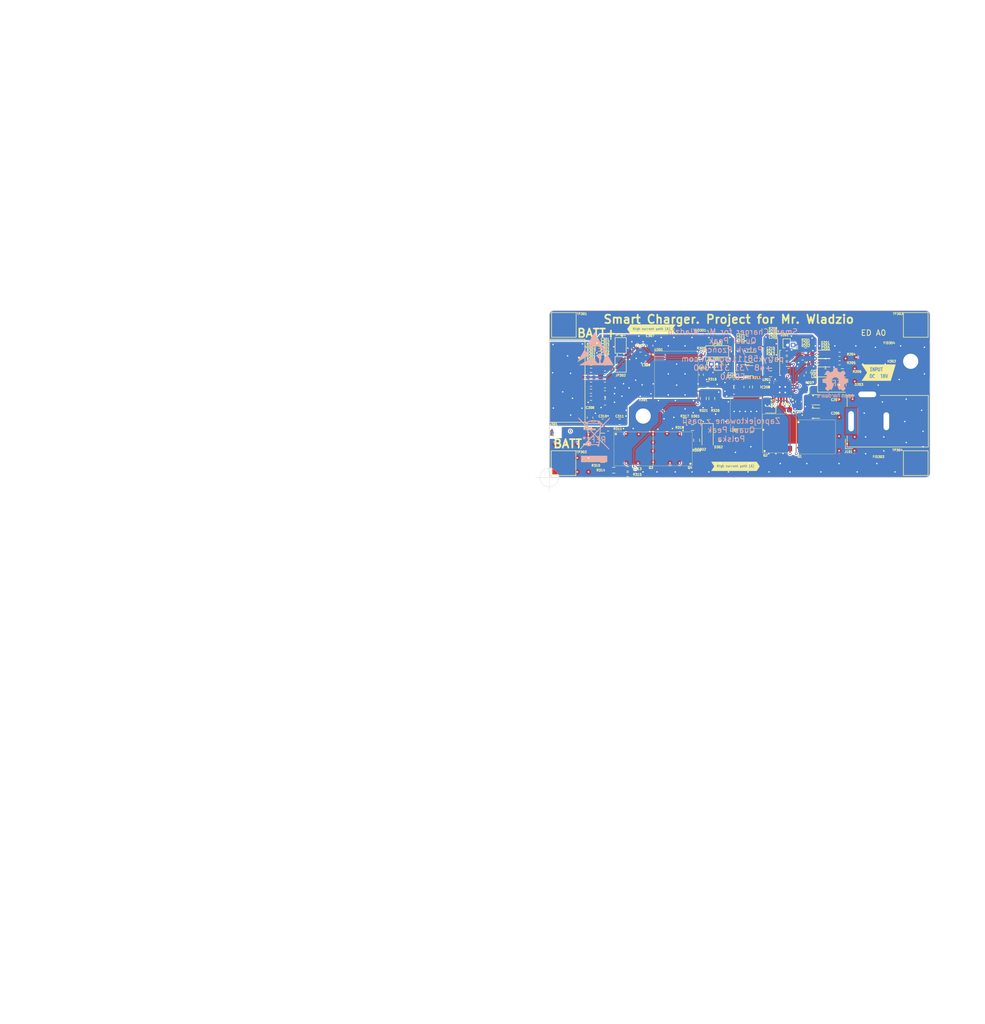
<source format=kicad_pcb>
(kicad_pcb (version 20211014) (generator pcbnew)
  (title_block (title "Smart Charger - Device for Mr.Wladziu") (date "2022-03-13") (rev "${REVISION}") (company "${COMPANY}") (comment 1 "${ENGINEER}") (comment 2 "${PHONE_NUMBER}") (comment 3 "${EMAIL}") (comment 4 "${SENTENCE}"))
  (layers (0 "F.Cu" signal) (1 "In1.Cu" power) (2 "In2.Cu" power) (31 "B.Cu" mixed) (36 "B.SilkS" user "B.Silkscreen") (37 "F.SilkS" user "F.Silkscreen") (38 "B.Mask" user) (39 "F.Mask" user) (44 "Edge.Cuts" user))
  (property "COMPANY" "QUASI PEAK")
  (property "EMAIL" "patryk58111@gmail.com")
  (property "ENGINEER" "Patryk Rzońca")
  (property "PHONE_NUMBER" "+48 731 375 090")
  (property "REVISION" "ED A0")
  (property "SENTENCE" "Zaprojektowane z  pasji, zaprojektowane w Polsce")
  (net 0 "")
  (net 1 "GND")
  (net 2 "/BQ24600RVAT/TS")
  (net 3 "/BQ24600RVAT/BQ24600RVAT_TS")
  (net 4 "Net-(C203-Pad2)")
  (net 5 "VREF")
  (net 6 "/BQ7791502PWR/BQ7791502PWR_VCC4")
  (net 7 "/BQ7791502PWR/BQ7791502PWR_VCC5")
  (net 8 "/BQ7791502PWR/BQ7791502PWR_VCC3")
  (net 9 "/BQ7791502PWR/BQ7791502PWR_VCC2")
  (net 10 "/BQ7791502PWR/BQ7791502PWR_VCC1")
  (net 11 "/BQ7791502PWR/BQ7791502PWR_VCC0")
  (net 12 "/BQ7791502PWR/VDD")
  (net 13 "/BQ7791502PWR/BQ7791502PWR_SR_P")
  (net 14 "/BQ7791502PWR/AVDD")
  (net 15 "/BQ7791502PWR/BQ7791502PWR_SR_N")
  (net 16 "+12V")
  (net 17 "/BQ24600RVAT/BQ24600RVAT_~{PG}")
  (net 18 "Net-(D201-Pad2)")
  (net 19 "/BQ24600RVAT/BQ24600RVAT_STAT")
  (net 20 "Net-(D202-Pad2)")
  (net 21 "/BQ24600RVAT/ADAPTER+")
  (net 22 "Net-(D301-Pad1)")
  (net 23 "Net-(D301-Pad2)")
  (net 24 "Net-(J301-Pad1)")
  (net 25 "Net-(J301-Pad2)")
  (net 26 "Net-(J301-Pad4)")
  (net 27 "Net-(J301-Pad5)")
  (net 28 "/BQ7791502PWR/TS")
  (net 29 "/BQ7791502PWR/BQ7791502PWR_CCFG")
  (net 30 "Net-(R208-Pad1)")
  (net 31 "/BQ24600RVAT/BQ24600RVAT_ISET")
  (net 32 "/BQ7791502PWR/BATT-")
  (net 33 "/BQ7791502PWR/BQ7791502PWR_PRES")
  (net 34 "/BQ7791502PWR/VTB")
  (net 35 "/BQ7791502PWR/BQ7791502PWR_CHG")
  (net 36 "/BQ7791502PWR/BQ7791502PWR_OCDP")
  (net 37 "/BQ7791502PWR/BQ7791502PWR_DSG")
  (net 38 "/BQ7791502PWR/BQ7791502PWR_LD")
  (net 41 "Net-(Q3-Pad1)")
  (net 42 "Net-(Q3-Pad4)")
  (net 43 "Net-(Q3-Pad5)")
  (net 44 "/BQ24600RVAT/VCC")
  (net 45 "GNDPWR")
  (net 46 "/BQ24600RVAT/BQ24600RVAT_PWR")
  (net 47 "/BQ24600RVAT/BQ24600RVAT_REGN")
  (net 48 "/BQ24600RVAT/BQ24600RVAT_BTST")
  (net 49 "/BQ24600RVAT/BQ24600RVAT_PH")
  (net 50 "/BQ24600RVAT/BQ24600RVAT_SR_P")
  (net 51 "/BQ24600RVAT/BQ24600RVAT_SR_N")
  (net 52 "/BQ24600RVAT/BQ24600RVAT_FB")
  (net 53 "/BQ24600RVAT/BQ24600RVAT_HIDRV")
  (net 54 "/BQ24600RVAT/BQ24600RVAT_LODRV")
  (footprint "Resistor_SMD:R_0603_1608Metric" (layer "F.Cu") (at 139.205 81.775 180)
    (fp_text reference "R316")
    (fp_text value "100k")
  )
  (footprint "Diode_SMD:D_SOD-123F" (layer "F.Cu") (at 139.174999 90.949999 -90)
    (fp_text reference "D302")
    (fp_text value "D_TVS")
  )
  (footprint "Jumper:SolderJumper-2_P1.3mm_Bridged_Pad1.0x1.5mm" (layer "F.Cu") (at 123.65 78.2 90)
    (fp_text reference "JP302")
    (fp_text value "SolderJumper_2_Bridged")
  )
  (footprint "TestPoint:TestPoint_Pad_4.0x4.0mm" (layer "F.Cu") (at 176.35 95.825)
    (fp_text reference "TP304")
    (fp_text value "TestPoint")
  )
  (footprint "Fiducial:Fiducial_0.75mm_Mask1.5mm" (layer "F.Cu") (at 137.875 74.125)
    (fp_text reference "FID301")
    (fp_text value "Fiducial" hide)
  )
  (footprint "Diode_SMD:D_SOD-523" (layer "F.Cu") (at 150.225 86.3 180)
    (fp_text reference "D204")
    (fp_text value "RB501SM-30FHT2R")
  )
  (footprint "Capacitor_SMD:C_0603_1608Metric" (layer "F.Cu") (at 120.85 83.425 180)
    (fp_text reference "C305")
    (fp_text value "100n")
  )
  (footprint "kibuzzard-623A4100" (layer "F.Cu") (at 129.15 71.9)
    (fp_text reference "kibuzzard-623A4100")
    (fp_text value "G***" hide)
  )
  (footprint "Resistor_SMD:R_0402_1005Metric" (layer "F.Cu") (at 153.325 77.175)
    (fp_text reference "R209")
    (fp_text value "200k")
  )
  (footprint "Resistor_SMD:R_0603_1608Metric" (layer "F.Cu") (at 150.425 79.875)
    (fp_text reference "R213")
    (fp_text value "100k")
  )
  (footprint "Capacitor_SMD:C_0603_1608Metric" (layer "F.Cu") (at 120.85 77.325 180)
    (fp_text reference "C301")
    (fp_text value "100n")
  )
  (footprint "Resistor_SMD:R_0402_1005Metric" (layer "F.Cu") (at 157.175 79.65 90)
    (fp_text reference "R203")
    (fp_text value "150R")
  )
  (footprint "Resistor_SMD:R_0603_1608Metric" (layer "F.Cu") (at 150.425 78.35 180)
    (fp_text reference "R212")
    (fp_text value "715k")
  )
  (footprint "Capacitor_SMD:C_0402_1005Metric" (layer "F.Cu") (at 150.425 77.1 180)
    (fp_text reference "C215")
    (fp_text value "22p")
  )
  (footprint "Fiducial:Fiducial_0.75mm_Mask1.5mm" (layer "F.Cu") (at 171.625 76.375)
    (fp_text reference "FID304")
    (fp_text value "Fiducial" hide)
  )
  (footprint "Jumper:SolderJumper-3_P1.3mm_Open_Pad1.0x1.5mm" (layer "F.Cu") (at 140.8975 75.8725)
    (fp_text reference "JP303")
    (fp_text value "SolderJumper_3_Open")
  )
  (footprint "Connector_PinSocket_1.00mm:PinSocket_1x02_P1.00mm_Vertical" (layer "F.Cu") (at 154.45 74.75 -90)
    (fp_text reference "J201")
    (fp_text value "Conn_01x02_Female")
  )
  (footprint "Resistor_SMD:R_0402_1005Metric" (layer "F.Cu") (at 118.36 83)
    (fp_text reference "R305")
    (fp_text value "1k8")
  )
  (footprint "QP_LIBRARY:SRN5040TA-3R3M" (layer "F.Cu") (at 146.0525 86.8025 90)
    (fp_text reference "L201")
    (fp_text value "SRN5040TA-3R3M")
  )
  (footprint "Capacitor_SMD:C_0603_1608Metric" (layer "F.Cu") (at 149.7 84.05 90)
    (fp_text reference "C208")
    (fp_text value "1u")
  )
  (footprint "Capacitor_SMD:C_0603_1608Metric" (layer "F.Cu") (at 120.449999 88.449999 180)
    (fp_text reference "C310")
    (fp_text value "100n")
  )
  (footprint "Resistor_SMD:R_0402_1005Metric" (layer "F.Cu") (at 162.7375 76.4)
    (fp_text reference "R204")
    (fp_text value "10k")
  )
  (footprint "Capacitor_SMD:C_0603_1608Metric" (layer "F.Cu") (at 128.1475 77.1225)
    (fp_text reference "C309")
    (fp_text value "1u")
  )
  (footprint "kibuzzard-623A40DC" (layer "F.Cu") (at 144.15 96.4)
    (fp_text reference "kibuzzard-623A40DC")
    (fp_text value "G***" hide)
  )
  (footprint "Connector_BarrelJack:BarrelJack_GCT_DCJ200-10-A_Horizontal" (layer "F.Cu") (at 164.8 88.35 90)
    (fp_text reference "J101")
    (fp_text value "Barrel_Jack_Switch")
  )
  (footprint "Resistor_SMD:R_0402_1005Metric" (layer "F.Cu") (at 124.899999 96.849999)
    (fp_text reference "R313")
    (fp_text value "10k")
  )
  (footprint "QP_LIBRARY:BQ7791502PWR_TSSOP-24" (layer "F.Cu") (at 133.5975 80.0475)
    (fp_text reference "U301")
    (fp_text value "BQ7791502PWR")
  )
  (footprint "TestPoint:TestPoint_Pad_4.0x4.0mm" (layer "F.Cu") (at 176.35 71.15)
    (fp_text reference "TP303")
    (fp_text value "TestPoint")
  )
  (footprint "MountingHole:MountingHole_2.7mm_M2.5_DIN965_Pad" (layer "F.Cu") (at 175.45 77.65)
    (fp_text reference "H302")
    (fp_text value "MountingHole_Pad" hide)
  )
  (footprint "Resistor_SMD:R_0402_1005Metric" (layer "F.Cu") (at 153.325 76.175 180)
    (fp_text reference "R210")
    (fp_text value "45k3")
  )
  (footprint "NetTie:NetTie-2_SMD_Pad0.5mm" (layer "F.Cu") (at 150.925 84.275 45)
    (fp_text reference "NT1")
    (fp_text value "NetTie_2")
  )
  (footprint "Resistor_SMD:R_0402_1005Metric" (layer "F.Cu") (at 121.409999 89.709999 180)
    (fp_text reference "R311")
    (fp_text value "60R4")
  )
  (footprint "MountingHole:MountingHole_2.7mm_M2.5_DIN965_Pad" (layer "F.Cu") (at 127.675 87.425)
    (fp_text reference "H301")
    (fp_text value "MountingHole_Pad" hide)
  )
  (footprint "Diode_SMD:D_SOD-128" (layer "F.Cu") (at 161.9 81.8)
    (fp_text reference "D203")
    (fp_text value "RB088LAM-40TR")
  )
  (footprint "Capacitor_SMD:C_0603_1608Metric" (layer "F.Cu") (at 118.179999 87.699999 -90)
    (fp_text reference "C308")
    (fp_text value "100n")
  )
  (footprint "Capacitor_SMD:C_0603_1608Metric" (layer "F.Cu") (at 160.225 79.5)
    (fp_text reference "C203")
    (fp_text value "2u2")
  )
  (footprint "Capacitor_SMD:C_1206_3216Metric" (layer "F.Cu") (at 158.5 84.525)
    (fp_text reference "C207")
    (fp_text value "10u")
  )
  (footprint "Resistor_SMD:R_0402_1005Metric" (layer "F.Cu") (at 118.36 78)
    (fp_text reference "R301")
    (fp_text value "1k8")
  )
  (footprint "Capacitor_SMD:C_1206_3216Metric" (layer "F.Cu") (at 146.575 76.95)
    (fp_text reference "C213")
    (fp_text value "10u")
  )
  (footprint "Resistor_SMD:R_0603_1608Metric" (layer "F.Cu") (at 139.935 84.275 90)
    (fp_text reference "R320")
    (fp_text value "1M")
  )
  (footprint "Resistor_SMD:R_0402_1005Metric" (layer "F.Cu") (at 153.325 78.175 180)
    (fp_text reference "R208")
    (fp_text value "0R")
  )
  (footprint "Connector_PinSocket_1.00mm:PinSocket_1x02_P1.00mm_Vertical" (layer "F.Cu") (at 139.8475 78.1575 90)
    (fp_text reference "J302")
    (fp_text value "Conn_01x02_Female")
  )
  (footprint "Resistor_SMD:R_0402_1005Metric" (layer "F.Cu") (at 138.0475 80.0475 -90)
    (fp_text reference "R312")
    (fp_text value "10k")
  )
  (footprint "Capacitor_SMD:C_0603_1608Metric" (layer "F.Cu") (at 155.4 84.85 90)
    (fp_text reference "C204")
    (fp_text value "1u")
  )
  (footprint "Resistor_SMD:R_0402_1005Metric" (layer "F.Cu") (at 118.36 79.25)
    (fp_text reference "R302")
    (fp_text value "1k8")
  )
  (footprint "Capacitor_SMD:C_0603_1608Metric" (layer "F.Cu") (at 120.85 84.95)
    (fp_text reference "C306")
    (fp_text value "100n")
  )
  (footprint "Capacitor_SMD:C_0603_1608Metric" (layer "F.Cu") (at 146.55 75)
    (fp_text reference "C214")
    (fp_text value "1u")
  )
  (footprint "Capacitor_SMD:C_0603_1608Metric" (layer "F.Cu") (at 143.9 81.45)
    (fp_text reference "C216")
    (fp_text value "100n")
  )
  (footprint "Capacitor_SMD:C_0603_1608Metric" (layer "F.Cu") (at 120.85 80.375 180)
    (fp_text reference "C303")
    (fp_text value "100n")
  )
  (footprint "Capacitor_SMD:C_1206_3216Metric" (layer "F.Cu") (at 146.575 79.325)
    (fp_text reference "C212")
    (fp_text value "10u")
  )
  (footprint "Resistor_SMD:R_0402_1005Metric" (layer "F.Cu") (at 124.899999 97.849999)
    (fp_text reference "R315")
    (fp_text value "10k")
  )
  (footprint "Capacitor_SMD:C_0603_1608Metric" (layer "F.Cu") (at 123.469999 88.449999 180)
    (fp_text reference "C311")
    (fp_text value "100n")
  )
  (footprint "TestPoint:TestPoint_Pad_4.0x4.0mm" (layer "F.Cu") (at 113.5 71.15)
    (fp_text reference "TP301")
    (fp_text value "TestPoint")
  )
  (footprint "Capacitor_SMD:C_0603_1608Metric" (layer "F.Cu") (at 146.175 82.225 90)
    (fp_text reference "C210")
    (fp_text value "100n")
  )
  (footprint "Capacitor_SMD:C_0603_1608Metric" (layer "F.Cu") (at 153.625 79.45 180)
    (fp_text reference "C205")
    (fp_text value "1u")
  )
  (footprint "Resistor_SMD:R_0402_1005Metric" (layer "F.Cu") (at 127.1725 75.6225)
    (fp_text reference "R307")
    (fp_text value "1k8")
  )
  (footprint "Fiducial:Fiducial_0.75mm_Mask1.5mm" (layer "F.Cu") (at 137.875 95.375)
    (fp_text reference "FID302")
    (fp_text value "Fiducial" hide)
  )
  (footprint "QP_LIBRARY:NTMFS5C468NLT1G_SO-8FL-4" (layer "F.Cu") (at 152 90.5175)
    (fp_text reference "Q2")
    (fp_text value "NTMFS5C468NLT1G")
  )
  (footprint "TestPoint:TestPoint_Pad_4.0x4.0mm" (layer "F.Cu") (at 113.45 95.825)
    (fp_text reference "TP302")
    (fp_text value "TestPoint")
  )
  (footprint "Resistor_SMD:R_0603_1608Metric" (layer "F.Cu") (at 163.25 79.5)
    (fp_text reference "R206")
    (fp_text value "2R")
  )
  (footprint "Capacitor_SMD:C_0603_1608Metric" (layer "F.Cu") (at 153.025 86.3 180)
    (fp_text reference "C209")
    (fp_text value "100n")
  )
  (footprint "Resistor_SMD:R_0402_1005Metric" (layer "F.Cu") (at 118.36 81.75)
    (fp_text reference "R304")
    (fp_text value "1k8")
  )
  (footprint "QP_LIBRARY:BQ24600RVAT_VQFN-16" (layer "F.Cu") (at 152.55 82.725 90)
    (fp_text reference "U201")
    (fp_text value "BQ24600RVAT")
  )
  (footprint "Resistor_SMD:R_0603_1608Metric" (layer "F.Cu") (at 137.224999 91.749999 90)
    (fp_text reference "R319")
    (fp_text value "3M3")
  )
  (footprint "Resistor_SMD:R_0603_1608Metric" (layer "F.Cu") (at 136.474999 89.474999 180)
    (fp_text reference "R318")
    (fp_text value "1M")
  )
  (footprint "Capacitor_SMD:C_0603_1608Metric" (layer "F.Cu") (at 156.15 76.925)
    (fp_text reference "C201")
    (fp_text value "100n")
  )
  (footprint "Fiducial:Fiducial_0.75mm_Mask1.5mm" (layer "F.Cu") (at 171.625 95.375)
    (fp_text reference "FID303")
    (fp_text value "Fiducial" hide)
  )
  (footprint "kibuzzard-623A0E03" (layer "F.Cu") (at 169.725 79.675)
    (fp_text reference "kibuzzard-623A0E03")
    (fp_text value "G***" hide)
  )
  (footprint "QP_LIBRARY:NTMFS5C468NLT1G_SO-8FL-4" (layer "F.Cu") (at 125.939999 93.284999 -90)
    (fp_text reference "Q3")
    (fp_text value "NTMFS5C468NLT1G")
  )
  (footprint "Resistor_SMD:R_0402_1005Metric" (layer "F.Cu") (at 118.36 80.5)
    (fp_text reference "R303")
    (fp_text value "1k8")
  )
  (footprint "QP_LIBRARY:10114830-10106LF" (layer "F.Cu") (at 113.2125 81.125 -90)
    (fp_text reference "J301")
    (fp_text value "10114830-10106LF")
  )
  (footprint "Resistor_SMD:R_0402_1005Metric" (layer "F.Cu") (at 162.7375 77.925)
    (fp_text reference "R205")
    (fp_text value "10k")
  )
  (footprint "Capacitor_SMD:C_0603_1608Metric" (layer "F.Cu") (at 143.9 83)
    (fp_text reference "C211")
    (fp_text value "100n")
  )
  (footprint "Resistor_SMD:R_0603_1608Metric" (layer "F.Cu") (at 157.2 82.575)
    (fp_text reference "R207")
    (fp_text value "10R")
  )
  (footprint "Capacitor_SMD:C_0603_1608Metric" (layer "F.Cu") (at 155.9 80.2 -90)
    (fp_text reference "C202")
    (fp_text value "100n")
  )
  (footprint "Resistor_SMD:R_0603_1608Metric" (layer "F.Cu") (at 138.415 84.275 90)
    (fp_text reference "R321")
    (fp_text value "1M")
  )
  (footprint "Capacitor_SMD:C_1206_3216Metric" (layer "F.Cu") (at 158.5 86.925)
    (fp_text reference "C206")
    (fp_text value "10u")
  )
  (footprint "Diode_SMD:D_0603_1608Metric" (layer "F.Cu") (at 160.2625 76.4)
    (fp_text reference "D201")
    (fp_text value "5mA")
  )
  (footprint "QP_LIBRARY:NTMFS5C468NLT1G_SO-8FL-4" (layer "F.Cu") (at 158.55 91.15 -90)
    (fp_text reference "Q1")
    (fp_text value "NTMFS5C468NLT1G")
  )
  (footprint "Capacitor_SMD:C_0603_1608Metric" (layer "F.Cu") (at 120.85 81.9 180)
    (fp_text reference "C304")
    (fp_text value "100n")
  )
  (footprint "QP_LIBRARY:NTMFS5C468NLT1G_SO-8FL-4" (layer "F.Cu") (at 132.957499 93.284999 90)
    (fp_text reference "Q4")
    (fp_text value "NTMFS5C468NLT1G")
  )
  (footprint "Resistor_SMD:R_0402_1005Metric" (layer "F.Cu") (at 138.0225 77.1475 -90)
    (fp_text reference "R309")
    (fp_text value "10k")
  )
  (footprint "Diode_SMD:D_0402_1005Metric" (layer "F.Cu") (at 137.024999 88.199999 180)
    (fp_text reference "D301")
    (fp_text value "D_Schottky")
  )
  (footprint "Resistor_SMD:R_0402_1005Metric" (layer "F.Cu") (at 119.489999 89.709999)
    (fp_text reference "R308")
    (fp_text value "60R4")
  )
  (footprint "Resistor_SMD:R_0805_2012Metric" (layer "F.Cu") (at 147.925 82.225 90)
    (fp_text reference "R211")
    (fp_text value "15m")
  )
  (footprint "Resistor_SMD:R_0603_1608Metric" (layer "F.Cu") (at 122.399999 97.099999)
    (fp_text reference "R314")
    (fp_text value "1M")
  )
  (footprint "Resistor_SMD:R_0402_1005Metric" (layer "F.Cu") (at 118.36 84.25)
    (fp_text reference "R306")
    (fp_text value "1k8")
  )
  (footprint "Resistor_SMD:R_0402_1005Metric" (layer "F.Cu") (at 156.7 78.175)
    (fp_text reference "R202")
    (fp_text value "10k")
  )
  (footprint "Resistor_SMD:R_0402_1005Metric" (layer "F.Cu") (at 156.7 75.675)
    (fp_text reference "R201")
    (fp_text value "10k")
  )
  (footprint "Resistor_SMD:R_0402_1005Metric" (layer "F.Cu") (at 135.092499 88.199999 180)
    (fp_text reference "R317")
    (fp_text value "10k")
  )
  (footprint "Jumper:SolderJumper-2_P1.3mm_Bridged_Pad1.0x1.5mm" (layer "F.Cu") (at 123.65 74.825 90)
    (fp_text reference "JP301")
    (fp_text value "SolderJumper_2_Bridged")
  )
  (footprint "Resistor_SMD:R_1020_2550Metric" (layer "F.Cu") (at 120.449999 93.089999)
    (fp_text reference "R310")
    (fp_text value "5mR")
  )
  (footprint "Capacitor_SMD:C_0603_1608Metric" (layer "F.Cu") (at 128.8975 74.8475 -90)
    (fp_text reference "C307")
    (fp_text value "1u")
  )
  (footprint "Diode_SMD:D_0603_1608Metric" (layer "F.Cu") (at 160.2625 77.925)
    (fp_text reference "D202")
    (fp_text value "5mA")
  )
  (footprint "Capacitor_SMD:C_0603_1608Metric" (layer "F.Cu") (at 120.85 78.85 180)
    (fp_text reference "C302")
    (fp_text value "100n")
  )
  (footprint "Symbol:ESD-Logo_6.6x6mm_SilkScreen" (layer "B.Cu") (at 119.15 75.4 180)
    (fp_text reference "REF**")
    (fp_text value "ESD-Logo_6.6x6mm_SilkScreen" hide)
  )
  (footprint "Symbol:WEEE-Logo_5.6x8mm_SilkScreen" (layer "B.Cu") (at 118.9 91.65 180)
    (fp_text reference "REF**")
    (fp_text value "WEEE-Logo_5.6x8mm_SilkScreen" hide)
  )
  (footprint "Symbol:OSHW-Logo2_7.3x6mm_SilkScreen" (layer "B.Cu") (at 162 81.591324 180)
    (fp_text reference "REF**")
    (fp_text value "OSHW-Logo2_7.3x6mm_SilkScreen" hide)
  )
  (gr_line (start 151.825 77.35) (end 151.9 77.275) (layer "F.SilkS") (width 0.12))
  (gr_line (start 152.05 75.7) (end 152.275 75.7) (layer "F.SilkS") (width 0.12))
  (gr_line (start 151.675 73.65) (end 151.725 77.275) (layer "F.SilkS") (width 0.12))
  (gr_line (start 152.05 75.7) (end 152.05 80.175) (layer "F.SilkS") (width 0.12))
  (gr_line (start 151.825 77.2) (end 151.825 77.35) (layer "F.SilkS") (width 0.12))
  (gr_line (start 152.05 80.175) (end 152.275 80.175) (layer "F.SilkS") (width 0.12))
  (gr_line (start 151.15 73.65) (end 151.675 73.65) (layer "F.SilkS") (width 0.05))
  (gr_line (start 151.725 77.275) (end 151.9 77.275) (layer "F.SilkS") (width 0.12))
  (gr_line (start 151.675 73.65) (end 151.675 73.125) (layer "F.SilkS") (width 0.05))
  (gr_line (start 151.9 77.275) (end 151.825 77.2) (layer "F.SilkS") (width 0.12))
  (gr_arc (start 111.725 98.4) (mid 111.141637 98.158363) (end 110.9 97.575) (layer "Edge.Cuts") (width 0.1))
  (gr_line (start 178.925 69.4) (end 178.925 97.575) (layer "Edge.Cuts") (width 0.1))
  (gr_line (start 178.1 98.4) (end 111.725 98.4) (layer "Edge.Cuts") (width 0.1))
  (gr_arc (start 178.925 97.575) (mid 178.683363 98.158363) (end 178.1 98.4) (layer "Edge.Cuts") (width 0.1))
  (gr_arc (start 110.9 69.4) (mid 111.141637 68.816637) (end 111.725 68.575) (layer "Edge.Cuts") (width 0.1))
  (gr_line (start 111.725 68.575) (end 178.1 68.575) (layer "Edge.Cuts") (width 0.1))
  (gr_line (start 110.9 97.575) (end 110.9 69.4) (layer "Edge.Cuts") (width 0.1))
  (gr_arc (start 178.1 68.575) (mid 178.683363 68.816637) (end 178.925 69.4) (layer "Edge.Cuts") (width 0.1))
  (gr_text "1" (at 111.375 90.375) (layer "F.Cu") (effects (font (size 1 1))))
  (gr_text "PRz" (at 176.9 81.9) (layer "F.Cu") (effects (font (size 1.2 1.2) (thickness 0.2))))
  (gr_text "4" (at 111.375 90.375) (layer "B.Cu") (effects (font (size 1 1)) (justify mirror)))
  (gr_text "Smart Charger for Mr. Wladzio\nQuasi Peak\nPatryk Rzońca\npatryk58111@gmail.com\n+48 731 375 090\nED A0" (at 143.65 76.4) (layer "B.SilkS") (effects (font (size 1 1)) (justify mirror)))
  (gr_text "Zaprojektowane z pasji\nQuasi Peak\nPolska" (at 143.4 89.9) (layer "B.SilkS") (effects (font (size 1 1)) (justify mirror)))
  (gr_text "Smart Charger. Project for Mr. Wladzio" (at 142.95 70.15) (layer "F.SilkS") (effects (font (size 1.5 1.5) (thickness 0.3))))
  (gr_text "BATT-" (at 115.125 92.375) (layer "F.SilkS") (effects (font (size 1.5 1.5) (thickness 0.3))))
  (gr_text "ED A0" (at 168.8 72.575) (layer "F.SilkS") (effects (font (size 1 1))))
  (gr_text "BATT+" (at 119.375 72.625) (layer "F.SilkS") (effects (font (size 1.5 1.5) (thickness 0.3))))
  (target plus (at 110.9 98.4) (size 5) (width 0.05) (layer "Edge.Cuts"))
  (segment (start 142.1975 76.8075) (end 140.8475 78.1575) (width 0.2) (layer "F.Cu") (net 1))
  (segment (start 141.3975 78.7075) (end 140.8475 78.1575) (width 0.2) (layer "F.Cu") (net 1))
  (segment (start 127.3725 77.1225) (end 126.4275 77.1225) (width 0.2) (layer "F.Cu") (net 1))
  (segment (start 124.6 87.425) (end 124.244999 87.780001) (width 0.2) (layer "F.Cu") (net 1))
  (segment (start 154.225 81.05) (end 154.225 80.35) (width 0.2) (layer "F.Cu") (net 1))
  (segment (start 128.8975 74.0725) (end 129.8475 74.0725) (width 0.2) (layer "F.Cu") (net 1))
  (segment (start 116.2125 84.25) (end 117.85 84.25) (width 0.4) (layer "F.Cu") (net 1))
  (segment (start 152.55 82.725) (end 153.05 83.225) (width 0.2) (layer "F.Cu") (net 1))
  (segment (start 155.4 85.625) (end 154.8 86.15) (width 0.2) (layer "F.Cu") (net 1))
  (segment (start 136.4975 81.6725) (end 133.8775 81.6725) (width 0.2) (layer "F.Cu") (net 1))
  (segment (start 143.125 81.45) (end 142.275 81.45) (width 0.2) (layer "F.Cu") (net 1))
  (segment (start 142.1975 75.8725) (end 143.4225 75.8725) (width 0.2) (layer "F.Cu") (net 1))
  (segment (start 150.625 80.8) (end 151.1125 81.2875) (width 0.2) (layer "F.Cu") (net 1))
  (segment (start 137.495 81.675) (end 136.5 81.675) (width 0.2) (layer "F.Cu") (net 1))
  (segment (start 141.3975 81.2725) (end 141.3975 78.7075) (width 0.2) (layer "F.Cu") (net 1))
  (segment (start 142.275 83) (end 142.275 81.45) (width 0.2) (layer "F.Cu") (net 1))
  (segment (start 137.3975 76.5225) (end 137.3475 76.4725) (width 0.2) (layer "F.Cu") (net 1))
  (segment (start 151.7925 82.9675) (end 150.81 82.9675) (width 0.2) (layer "F.Cu") (net 1))
  (segment (start 137.3225 76.4725) (end 137.3475 76.4725) (width 0.2) (layer "F.Cu") (net 1))
  (segment (start 155.875 79.45) (end 155.9 79.425) (width 0.2) (layer "F.Cu") (net 1))
  (segment (start 121.625 83.425) (end 121.625 84.95) (width 0.2) (layer "F.Cu") (net 1))
  (segment (start 155.4 85.625) (end 154.875 85.1) (width 0.2) (layer "F.Cu") (net 1))
  (segment (start 152.55 82.725) (end 154.225 81.05) (width 0.2) (layer "F.Cu") (net 1))
  (segment (start 153.725489 75.025489) (end 153.725489 75.365) (width 0.2) (layer "F.Cu") (net 1))
  (segment (start 122.55 83.425) (end 121.625 83.425) (width 0.2) (layer "F.Cu") (net 1))
  (segment (start 133.4225 81.6725) (end 130.6975 81.6725) (width 0.2) (layer "F.Cu") (net 1))
  (segment (start 117.85 84.975) (end 119.139999 86.264999) (width 0.2) (layer "F.Cu") (net 1))
  (segment (start 137.4225 76.3725) (end 137.3225 76.4725) (width 0.2) (layer "F.Cu") (net 1))
  (segment (start 154.875 85.1) (end 154.475 85.1) (width 0.2) (layer "F.Cu") (net 1))
  (segment (start 143.125 83.320668) (end 143.125 83) (width 0.2) (layer "F.Cu") (net 1))
  (segment (start 155.249455 78.600545) (end 154.4 79.45) (width 0.2) (layer "F.Cu") (net 1))
  (segment (start 143.125 81.45) (end 143.125 83) (width 0.2) (layer "F.Cu") (net 1))
  (segment (start 137.3975 77.0225) (end 137.3975 76.5225) (width 0.2) (layer "F.Cu") (net 1))
  (segment (start 122.55 83.425) (end 122.55 84.95) (width 0.2) (layer "F.Cu") (net 1))
  (segment (start 124.244999 87.780001) (end 124.244999 88.449999) (width 0.2) (layer "F.Cu") (net 1))
  (segment (start 152.55 82.725) (end 152.05 83.225) (width 0.2) (layer "F.Cu") (net 1))
  (segment (start 154.4 79.45) (end 155.875 79.45) (width 0.2) (layer "F.Cu") (net 1))
  (segment (start 142.58806 83.857608) (end 143.125 83.320668) (width 0.2) (layer "F.Cu") (net 1))
  (segment (start 136.4975 77.1225) (end 137.2975 77.1225) (width 0.2) (layer "F.Cu") (net 1))
  (segment (start 136.9475 76.4725) (end 137.3225 76.4725) (width 0.2) (layer "F.Cu") (net 1))
  (segment (start 118.184999 86.929999) (end 118.179999 86.924999) (width 0.2) (layer "F.Cu") (net 1))
  (segment (start 119.139999 86.264999) (end 119.139999 86.929999) (width 0.2) (layer "F.Cu") (net 1))
  (segment (start 153.725489 75.365) (end 153.835 75.474511) (width 0.2) (layer "F.Cu") (net 1))
  (segment (start 137.4225 76.0975) (end 137.4225 76.3725) (width 0.2) (layer "F.Cu") (net 1))
  (segment (start 121.625 84.95) (end 122.55 84.95) (width 0.2) (layer "F.Cu") (net 1))
  (segment (start 155.425 77.9) (end 155.7 78.175) (width 0.2) (layer "F.Cu") (net 1))
  (segment (start 149.6 79.875) (end 149.6 80.8) (width 0.2) (layer "F.Cu") (net 1))
  (segment (start 153.45 74.75) (end 153.725489 75.025489) (width 0.2) (layer "F.Cu") (net 1))
  (segment (start 154 84.175) (end 153.05 83.225) (width 0.2) (layer "F.Cu") (net 1))
  (segment (start 117.85 84.25) (end 117.85 84.975) (width 0.2) (layer "F.Cu") (net 1))
  (segment (start 133.65 81.9) (end 133.4225 81.6725) (width 0.2) (layer "F.Cu") (net 1))
  (segment (start 155.425 77.9) (end 155.425 78.37484) (width 0.2) (layer "F.Cu") (net 1))
  (segment (start 127.3725 77.1225) (end 127.3725 77.948) (width 0.2) (layer "F.Cu") (net 1))
  (segment (start 119.139999 86.929999) (end 118.184999 86.929999) (width 0.2) (layer "F.Cu") (net 1))
  (segment (start 153.835 76.114502) (end 154.375 75.574502) (width 0.2) (layer "F.Cu") (net 1))
  (segment (start 154.475 85.1) (end 154.475 84.65) (width 0.2) (layer "F.Cu") (net 1))
  (segment (start 136.4975 76.4725) (end 136.9475 76.4725) (width 0.2) (layer "F.Cu") (net 1))
  (segment (start 115.05 84.25) (end 116.2125 84.25) (width 0.2) (layer "F.Cu") (net 1))
  (segment (start 155.375 77.85) (end 155.425 77.9) (width 0.2) (layer "F.Cu") (net 1))
  (segment (start 152.05 83.225) (end 151.7925 82.9675) (width 0.2) (layer "F.Cu") (net 1))
  (segment (start 137.2975 77.1225) (end 137.3975 77.0225) (width 0.2) (layer "F.Cu") (net 1))
  (segment (start 155.7 78.175) (end 156.19 78.175) (width 0.2) (layer "F.Cu") (net 1))
  (segment (start 126.4275 77.1225) (end 126.425 77.125) (width 0.2) (layer "F.Cu") (net 1))
  (segment (start 135.3975 74.0725) (end 137.4225 76.0975) (width 0.2) (layer "F.Cu") (net 1))
  (segment (start 154.4 80.175) (end 154.225 80.35) (width 0.2) (layer "F.Cu") (net 1))
  (segment (start 153.835 75.474511) (end 153.835 76.175) (width 0.2) (layer "F.Cu") (net 1))
  (segment (start 149.6 80.8) (end 150.625 80.8) (width 0.2) (layer "F.Cu") (net 1))
  (segment (start 142.1975 75.8725) (end 142.1975 76.8075) (width 0.2) (layer "F.Cu") (net 1))
  (segment (start 141.575 81.45) (end 141.3975 81.2725) (width 0.2) (layer "F.Cu") (net 1))
  (segment (start 142.275 81.45) (end 141.575 81.45) (width 0.2) (layer "F.Cu") (net 1))
  (segment (start 154.4 79.45) (end 154.4 80.175) (width 0.2) (layer "F.Cu") (net 1))
  (segment (start 130.6975 81.6725) (end 129.4725 81.6725) (width 0.2) (layer "F.Cu") (net 1))
  (segment (start 140.03 81.775) (end 140.895 81.775) (width 0.2) (layer "F.Cu") (net 1))
  (segment (start 127.3725 77.948) (end 127.375 77.9505) (width 0.2) (layer "F.Cu") (net 1))
  (segment (start 133.8775 81.6725) (end 133.65 81.9) (width 0.2) (layer "F.Cu") (net 1))
  (segment (start 155.375 76.925) (end 155.375 77.85) (width 0.2) (layer "F.Cu") (net 1))
  (segment (start 154.475 84.65) (end 154 84.175) (width 0.2) (layer "F.Cu") (net 1))
  (segment (start 136.5 81.675) (end 136.4975 81.6725) (width 0.2) (layer "F.Cu") (net 1))
  (segment (start 152.55 82.725) (end 151.1125 81.2875) (width 0.2) (layer "F.Cu") (net 1))
  (segment (start 155.249455 78.550385) (end 155.249455 78.600545) (width 0.2) (layer "F.Cu") (net 1))
  (segment (start 153.835 76.175) (end 153.835 76.114502) (width 0.2) (layer "F.Cu") (net 1))
  (segment (start 140.895 81.775) (end 141.3975 81.2725) (width 0.2) (layer "F.Cu") (net 1))
  (segment (start 155.425 78.37484) (end 155.249455 78.550385) (width 0.2) (layer "F.Cu") (net 1))
  (segment (start 129.8475 74.0725) (end 135.3975 74.0725) (width 0.2) (layer "F.Cu") (net 1))
  (segment (start 143.125 83) (end 142.275 83) (width 0.2) (layer "F.Cu") (net 1))
  (via (at 116.825 74.55) (size 0.5) (drill 0.25) (layers "F.Cu" "B.Cu") (net 1))
  (via (at 142.15 79.65) (size 0.5) (drill 0.25) (layers "F.Cu" "B.Cu") (net 1))
  (via (at 149.575 80.8) (size 0.5) (drill 0.25) (layers "F.Cu" "B.Cu") (net 1))
  (via (at 133.65 81.9) (size 0.5) (drill 0.25) (layers "F.Cu" "B.Cu") (net 1))
  (via (at 122.55 84.95) (size 0.5) (drill 0.25) (layers "F.Cu" "B.Cu") (net 1))
  (via (at 117.85 84.975) (size 0.5) (drill 0.25) (layers "F.Cu" "B.Cu") (net 1))
  (via (at 111.575 74.65) (size 0.5) (drill 0.25) (layers "F.Cu" "B.Cu") (net 1))
  (via (at 154.15 73.15) (size 0.5) (drill 0.25) (layers "F.Cu" "B.Cu") (net 1))
  (via (at 111.625 86) (size 0.5) (drill 0.25) (layers "F.Cu" "B.Cu") (net 1))
  (via (at 132.15 74.9) (size 0.5) (drill 0.25) (layers "F.Cu" "B.Cu") (net 1))
  (via (at 151.464874 76.496245) (size 0.5) (drill 0.25) (layers "F.Cu" "B.Cu") (net 1))
  (via (at 143.15 73.4) (size 0.5) (drill 0.25) (layers "F.Cu" "B.Cu") (net 1))
  (via (at 123.875945 83.882885) (size 0.5) (drill 0.25) (layers "F.Cu" "B.Cu") (net 1))
  (via (at 154.475 85.1) (size 0.5) (drill 0.25) (layers "F.Cu" "B.Cu") (net 1))
  (via (at 137.334416 75.890283) (size 0.5) (drill 0.25) (layers "F.Cu" "B.Cu") (net 1))
  (via (at 158.350614 77.159841) (size 0.5) (drill 0.25) (layers "F.Cu" "B.Cu") (net 1))
  (via (at 149.6 73.325) (size 0.5) (drill 0.25) (layers "F.Cu" "B.Cu") (net 1))
  (via (at 158.4 74.9) (size 0.5) (drill 0.25) (layers "F.Cu" "B.Cu") (net 1))
  (via (at 126.9 73.15) (size 0.5) (drill 0.25) (layers "F.Cu" "B.Cu") (net 1))
  (via (at 153.881971 80.913849) (size 0.5) (drill 0.25) (layers "F.Cu" "B.Cu") (net 1))
  (via (at 111.5 79.7) (size 0.5) (drill 0.25) (layers "F.Cu" "B.Cu") (net 1))
  (via (at 130.9 73.4) (size 0.5) (drill 0.25) (layers "F.Cu" "B.Cu") (net 1))
  (via (at 122.65 82.4) (size 0.5) (drill 0.25) (layers "F.Cu" "B.Cu") (net 1))
  (via (at 124.925 75.3) (size 0.5) (drill 0.25) (layers "F.Cu" "B.Cu") (net 1))
  (via (at 157.024684 81.498454) (size 0.5) (drill 0.25) (layers "F.Cu" "B.Cu") (net 1))
  (via (at 125.25 77.325) (size 0.5) (drill 0.25) (layers "F.Cu" "B.Cu") (net 1))
  (via (at 125.65 74.15) (size 0.5) (drill 0.25) (layers "F.Cu" "B.Cu") (net 1))
  (via (at 120.9 84.15) (size 0.5) (drill 0.25) (layers "F.Cu" "B.Cu") (net 1))
  (via (at 142.275 83) (size 0.5) (drill 0.25) (layers "F.Cu" "B.Cu") (net 1))
  (via (at 124.6 87.425) (size 0.5) (drill 0.25) (layers "F.Cu" "B.Cu") (net 1))
  (via (at 116.75 86.025) (size 0.5) (drill 0.25) (layers "F.Cu" "B.Cu") (net 1))
  (via (at 121.9 73.65) (size 0.5) (drill 0.25) (layers "F.Cu" "B.Cu") (net 1))
  (via (at 119.4 76.15) (size 0.5) (drill 0.25) (layers "F.Cu" "B.Cu") (net 1))
  (via (at 127.375 77.9505) (size 0.5) (drill 0.25) (layers "F.Cu" "B.Cu") (net 1))
  (via (at 119.4 74.4) (size 0.5) (drill 0.25) (layers "F.Cu" "B.Cu") (net 1))
  (via (at 151.45 74.525) (size 0.5) (drill 0.25) (layers "F.Cu" "B.Cu") (net 1))
  (via (at 142.275 81.45) (size 0.5) (drill 0.25) (layers "F.Cu" "B.Cu") (net 1))
  (via (at 143.4225 75.8725) (size 0.5) (drill 0.25) (layers "F.Cu" "B.Cu") (net 1))
  (via (at 138.988921 80.903225) (size 0.5) (drill 0.25) (layers "F.Cu" "B.Cu") (net 1))
  (via (at 154.8 86.15) (size 0.5) (drill 0.25) (layers "F.Cu" "B.Cu") (net 1))
  (via (at 155.249455 78.550385) (size 0.5) (drill 0.25) (layers "F.Cu" "B.Cu") (net 1))
  (via (at 139.4 73.4) (size 0.5) (drill 0.25) (layers "F.Cu" "B.Cu") (net 1))
  (via (at 143.15 77.15) (size 0.5) (drill 0.25) (layers "F.Cu" "B.Cu") (net 1))
  (via (at 120.4 73.15) (size 0.5) (drill 0.25) (layers "F.Cu" "B.Cu") (net 1))
  (via (at 127.15 83.9) (size 0.5) (drill 0.25) (layers "F.Cu" "B.Cu") (net 1))
  (via (at 135.15 74.9) (size 0.5) (drill 0.25) (layers "F.Cu" "B.Cu") (net 1))
  (via (at 157.85 73.5) (size 0.5) (drill 0.25) (layers "F.Cu" "B.Cu") (net 1))
  (via (at 142.58806 83.857608) (size 0.5) (drill 0.25) (layers "F.Cu" "B.Cu") (net 1))
  (via (at 157.981025 75.739744) (size 0.5) (drill 0.25) (layers "F.Cu" "B.Cu") (net 1))
  (via (at 158.11027 78.582449) (size 0.5) (drill 0.25) (layers "F.Cu" "B.Cu") (net 1))
  (via (at 120.15 85.9) (size 0.5) (drill 0.25) (layers "F.Cu" "B.Cu") (net 1))
  (via (at 154.182307 75.635731) (size 0.5) (drill 0.25) (layers "F.Cu" "B.Cu") (net 1))
  (via (at 123.9 73.15) (size 0.5) (drill 0.25) (layers "F.Cu" "B.Cu") (net 1))
  (via (at 114.7 79.8) (size 0.5) (drill 0.25) (layers "F.Cu" "B.Cu") (net 1))
  (via (at 129.4725 81.6725) (size 0.5) (drill 0.25) (layers "F.Cu" "B.Cu") (net 1))
  (via (at 129.8475 74.0725) (size 0.5) (drill 0.25) (layers "F.Cu" "B.Cu") (net 1))
  (via (at 113.3 83.1) (size 0.5) (drill 0.25) (layers "F.Cu" "B.Cu") (net 1))
  (via (at 151.225 80.85) (size 0.5) (drill 0.25) (layers "F.Cu" "B.Cu") (net 1))
  (via (at 127.48689 81.856232) (size 0.5) (drill 0.25) (layers "F.Cu" "B.Cu") (net 1))
  (via (at 135.15 83.65) (size 0.5) (drill 0.25) (layers "F.Cu" "B.Cu") (net 1))
  (via (at 126.425 77.125) (size 0.5) (drill 0.25) (layers "F.Cu" "B.Cu") (net 1))
  (via (at 124.15 81.65) (size 0.5) (drill 0.25) (layers "F.Cu" "B.Cu") (net 1))
  (via (at 154 84.275) (size 0.5) (drill 0.25) (layers "F.Cu" "B.Cu") (net 1))
  (via (at 132.15 79.9) (size 0.5) (drill 0.25) (layers "F.Cu" "B.Cu") (net 1))
  (via (at 127.65 74.15) (size 0.5) (drill 0.25) (layers "F.Cu" "B.Cu") (net 1))
  (via (at 125.15 82.4) (size 0.5) (drill 0.25) (layers "F.Cu" "B.Cu") (net 1))
  (via (at 150.507144 76.38289) (size 0.5) (drill 0.25) (layers "F.Cu" "B.Cu") (net 1))
  (via (at 129.062249 83.443953) (size 0.5) (drill 0.25) (layers "F.Cu" "B.Cu") (net 1))
  (via (at 121.4 87.4) (size 0.5) (drill 0.25) (layers "F.Cu" "B.Cu") (net 1))
  (via (at 155.425 77.9) (size 0.5) (drill 0.25) (layers "F.Cu" "B.Cu") (net 1))
  (via (at 114.725 87.25) (size 0.5) (drill 0.25) (layers "F.Cu" "B.Cu") (net 1))
  (via (at 141.4 74.15) (size 0.5) (drill 0.25) (layers "F.Cu" "B.Cu") (net 1))
  (via (at 137.471848 81.698825) (size 0.5) (drill 0.25) (layers "F.Cu" "B.Cu") (net 1))
  (via (at 142.9 78.15) (size 0.5) (drill 0.25) (layers "F.Cu" "B.Cu") (net 1))
  (via (at 126.325 81.025) (size 0.5) (drill 0.25) (layers "F.Cu" "B.Cu") (net 1))
  (via (at 114.175 76.675) (size 0.5) (drill 0.25) (layers "F.Cu" "B.Cu") (net 1))
  (via (at 124.23777 76.360564) (size 0.5) (drill 0.25) (layers "F.Cu" "B.Cu") (net 1))
  (via (at 123.025 76.525) (size 0.5) (drill 0.25) (layers "F.Cu" "B.Cu") (net 1))
  (via (at 122.55 83.425) (size 0.5) (drill 0.25) (layers "F.Cu" "B.Cu") (net 1))
  (via (at 114.675 90.125) (size 0.5) (drill 0.25) (layers "F.Cu" "B.Cu") (net 1))
  (via (at 136.4 73.4) (size 0.5) (drill 0.25) (layers "F.Cu" "B.Cu") (net 1))
  (via (at 140.895 81.775) (size 0.5) (drill 0.25) (layers "F.Cu" "B.Cu") (net 1))
  (via (at 133.15 73.4) (size 0.5) (drill 0.25) (layers "F.Cu" "B.Cu") (net 1))
  (via (at 124.65 86.4) (size 0.5) (drill 0.25) (layers "F.Cu" "B.Cu") (net 1))
  (via (at 158.05 81.35) (size 0.5) (drill 0.25) (layers "F.Cu" "B.Cu") (net 1))
  (via (at 132.15 83.65) (size 0.5) (drill 0.25) (layers "F.Cu" "B.Cu") (net 1))
  (via (at 133.65 78.15) (size 0.5) (drill 0.25) (layers "F.Cu" "B.Cu") (net 1))
  (via (at 140.15 79.65) (size 0.5) (drill 0.25) (layers "F.Cu" "B.Cu") (net 1))
  (via (at 150.225 81.45) (size 0.5) (drill 0.25) (layers "F.Cu" "B.Cu") (net 1))
  (via (at 143.844466 82.214944) (size 0.5) (drill 0.25) (layers "F.Cu" "B.Cu") (net 1))
  (via (at 115.05 84.25) (size 0.5) (drill 0.25) (layers "F.Cu" "B.Cu") (net 1))
  (via (at 135.15 79.9) (size 0.5) (drill 0.25) (layers "F.Cu" "B.Cu") (net 1))
  (via (at 119.139999 86.929999) (size 0.5) (drill 0.25) (layers "F.Cu" "B.Cu") (net 1))
  (via (at 122.425 75.05) (size 0.5) (drill 0.25) (layers "F.Cu" "B.Cu") (net 1))
  (via (at 120.884203 76.600075) (size 0.5) (drill 0.25) (layers "F.Cu" "B.Cu") (net 1))
  (segment (start 140.895 81.775) (end 141.065 81.775) (width 0.2) (layer "B.Cu") (net 1))
  (segment (start 141.065 81.775) (end 141.395 81.445) (width 0.2) (layer "B.Cu") (net 1))
  (segment (start 157.21 75.675) (end 157.21 76.115) (width 0.2) (layer "F.Cu") (net 2))
  (segment (start 156.925 76.9) (end 156.925 77.45) (width 0.2) (layer "F.Cu") (net 2))
  (segment (start 156.925 77.45) (end 157.21 77.735) (width 0.2) (layer "F.Cu") (net 2))
  (segment (start 157.21 76.115) (end 156.925 76.4) (width 0.2) (layer "F.Cu") (net 2))
  (segment (start 157.21 75.11) (end 157.21 75.675) (width 0.2) (layer "F.Cu") (net 2))
  (segment (start 154.45 74.75) (end 156.85 74.75) (width 0.2) (layer "F.Cu") (net 2))
  (segment (start 156.85 74.75) (end 157.21 75.11) (width 0.2) (layer "F.Cu") (net 2))
  (segment (start 157.21 78.175) (end 157.21 79.105) (width 0.2) (layer "F.Cu") (net 2))
  (segment (start 157.21 79.105) (end 157.175 79.14) (width 0.2) (layer "F.Cu") (net 2))
  (segment (start 156.925 76.4) (end 156.925 76.925) (width 0.2) (layer "F.Cu") (net 2))
  (segment (start 157.21 77.735) (end 157.21 78.175) (width 0.2) (layer "F.Cu") (net 2))
  (segment (start 154.3 81.975) (end 154.825 81.975) (width 0.2) (layer "F.Cu") (net 3))
  (segment (start 157.175 80.6) (end 157.175 80.16) (width 0.2) (layer "F.Cu") (net 3))
  (segment (start 155.825 80.975) (end 155.9 80.975) (width 0.2) (layer "F.Cu") (net 3))
  (segment (start 155.9 80.975) (end 156.8 80.975) (width 0.2) (layer "F.Cu") (net 3))
  (segment (start 156.8 80.975) (end 157.175 80.6) (width 0.2) (layer "F.Cu") (net 3))
  (segment (start 154.825 81.975) (end 155.825 80.975) (width 0.2) (layer "F.Cu") (net 3))
  (segment (start 162.425 79.5) (end 161 79.5) (width 0.2) (layer "F.Cu") (net 4))
  (segment (start 153.822521 77.175) (end 153.835 77.175) (width 0.3) (layer "F.Cu") (net 5))
  (segment (start 152.815 78.175) (end 152.835 78.175) (width 0.2) (layer "F.Cu") (net 5))
  (segment (start 152.81 80.215) (end 152.81 80.9675) (width 0.3) (layer "F.Cu") (net 5))
  (segment (start 152.835 78.162521) (end 153.822521 77.175) (width 0.3) (layer "F.Cu") (net 5))
  (segment (start 152.815 79.415) (end 152.85 79.45) (width 0.2) (layer "F.Cu") (net 5))
  (segment (start 154.529109 76.145891) (end 154.529109 76.845891) (width 0.3) (layer "F.Cu") (net 5))
  (segment (start 156.19 75.675) (end 155 75.675) (width 0.3) (layer "F.Cu") (net 5))
  (segment (start 152.835 78.175) (end 152.835 78.162521) (width 0.3) (layer "F.Cu") (net 5))
  (segment (start 154.2 77.175) (end 153.835 77.175) (width 0.3) (layer "F.Cu") (net 5))
  (segment (start 152.815 78.175) (end 152.815 79.415) (width 0.4) (layer "F.Cu") (net 5))
  (segment (start 154.529109 76.845891) (end 154.2 77.175) (width 0.3) (layer "F.Cu") (net 5))
  (segment (start 152.85 79.45) (end 152.81 79.49) (width 0.2) (layer "F.Cu") (net 5))
  (segment (start 155 75.675) (end 154.529109 76.145891) (width 0.3) (layer "F.Cu") (net 5))
  (segment (start 152.81 79.49) (end 152.81 80.215) (width 0.4) (layer "F.Cu") (net 5))
  (segment (start 128.732212 79.107782) (end 129.417494 78.4225) (width 0.2) (layer "F.Cu") (net 6))
  (segment (start 119.675 79.25) (end 120.075 78.85) (width 0.2) (layer "F.Cu") (net 6))
  (segment (start 120.1 78.85) (end 121.625 77.325) (width 0.2) (layer "F.Cu") (net 6))
  (segment (start 124.6525 77.55) (end 126.210282 79.107782) (width 0.2) (layer "F.Cu") (net 6))
  (segment (start 123.65 75.475) (end 123.65 77.55) (width 0.2) (layer "F.Cu") (net 6))
  (segment (start 123.425 77.325) (end 123.65 77.55) (width 0.2) (layer "F.Cu") (net 6))
  (segment (start 120.075 78.85) (end 120.1 78.85) (width 0.2) (layer "F.Cu") (net 6))
  (segment (start 126.210282 79.107782) (end 128.732212 79.107782) (width 0.2) (layer "F.Cu") (net 6))
  (segment (start 118.87 79.25) (end 119.675 79.25) (width 0.2) (layer "F.Cu") (net 6))
  (segment (start 129.417494 78.4225) (end 130.6975 78.4225) (width 0.2) (layer "F.Cu") (net 6))
  (segment (start 123.65 77.55) (end 124.6525 77.55) (width 0.2) (layer "F.Cu") (net 6))
  (segment (start 121.625 77.325) (end 123.425 77.325) (width 0.2) (layer "F.Cu") (net 6))
  (segment (start 119.4 78) (end 120.075 77.325) (width 0.2) (layer "F.Cu") (net 7))
  (segment (start 122.5 74.175) (end 123.65 74.175) (width 0.2) (layer "F.Cu") (net 7))
  (segment (start 128.566728 78.708272) (end 126.808272 78.708272) (width 0.2) (layer "F.Cu") (net 7))
  (segment (start 120.075 77.325) (end 120.075 76.6) (width 0.2) (layer "F.Cu") (net 7))
  (segment (start 120.075 76.6) (end 122.5 74.175) (width 0.2) (layer "F.Cu") (net 7))
  (segment (start 126.808272 78.708272) (end 125.8275 77.7275) (width 0.2) (layer "F.Cu") (net 7))
  (segment (start 125.8275 77.7275) (end 125.8275 75.3525) (width 0.2) (layer "F.Cu") (net 7))
  (segment (start 129.5025 77.7725) (end 128.566728 78.708272) (width 0.2) (layer "F.Cu") (net 7))
  (segment (start 125.8275 75.3525) (end 124.65 74.175) (width 0.2) (layer "F.Cu") (net 7))
  (segment (start 118.87 78) (end 119.4 78) (width 0.2) (layer "F.Cu") (net 7))
  (segment (start 130.6975 77.7725) (end 129.5025 77.7725) (width 0.2) (layer "F.Cu") (net 7))
  (segment (start 124.65 74.175) (end 123.65 74.175) (width 0.2) (layer "F.Cu") (net 7))
  (segment (start 119.95 80.5) (end 120.075 80.375) (width 0.2) (layer "F.Cu") (net 8))
  (segment (start 129.332488 79.0725) (end 128.897694 79.507293) (width 0.2) (layer "F.Cu") (net 8))
  (segment (start 125.257293 79.507293) (end 124.6 78.85) (width 0.2) (layer "F.Cu") (net 8))
  (segment (start 124.6 78.85) (end 123.65 78.85) (width 0.2) (layer "F.Cu") (net 8))
  (segment (start 118.87 80.5) (end 119.95 80.5) (width 0.2) (layer "F.Cu") (net 8))
  (segment (start 121.625 78.85) (end 123.65 78.85) (width 0.2) (layer "F.Cu") (net 8))
  (segment (start 130.6975 79.0725) (end 129.332488 79.0725) (width 0.2) (layer "F.Cu") (net 8))
  (segment (start 128.897694 79.507293) (end 125.257293 79.507293) (width 0.2) (layer "F.Cu") (net 8))
  (segment (start 120.1 80.375) (end 121.625 78.85) (width 0.2) (layer "F.Cu") (net 8))
  (segment (start 120.075 80.375) (end 120.1 80.375) (width 0.2) (layer "F.Cu") (net 8))
  (segment (start 120.1 81.9) (end 121.625 80.375) (width 0.2) (layer "F.Cu") (net 9))
  (segment (start 120.075 81.9) (end 120.1 81.9) (width 0.2) (layer "F.Cu") (net 9))
  (segment (start 122.093197 79.906803) (end 129.063177 79.906803) (width 0.2) (layer "F.Cu") (net 9))
  (segment (start 129.247481 79.7225) (end 130.6975 79.7225) (width 0.2) (layer "F.Cu") (net 9))
  (segment (start 119.925 81.75) (end 120.075 81.9) (width 0.2) (layer "F.Cu") (net 9))
  (segment (start 118.87 81.75) (end 119.925 81.75) (width 0.2) (layer "F.Cu") (net 9))
  (segment (start 129.063177 79.906803) (end 129.247481 79.7225) (width 0.2) (layer "F.Cu") (net 9))
  (segment (start 121.625 80.375) (end 122.093197 79.906803) (width 0.2) (layer "F.Cu") (net 9))
  (segment (start 126.0275 80.3725) (end 130.6975 80.3725) (width 0.2) (layer "F.Cu") (net 10))
  (segment (start 118.87 83) (end 119.65 83) (width 0.2) (layer "F.Cu") (net 10))
  (segment (start 121.625 81.9) (end 122.4 81.9) (width 0.2) (layer "F.Cu") (net 10))
  (segment (start 119.65 83) (end 120.075 83.425) (width 0.2) (layer "F.Cu") (net 10))
  (segment (start 120.1 83.425) (end 121.625 81.9) (width 0.2) (layer "F.Cu") (net 10))
  (segment (start 120.075 83.425) (end 120.1 83.425) (width 0.2) (layer "F.Cu") (net 10))
  (segment (start 122.4 81.9) (end 123.4 80.9) (width 0.2) (layer "F.Cu") (net 10))
  (segment (start 125.5 80.9) (end 126.0275 80.3725) (width 0.2) (layer "F.Cu") (net 10))
  (segment (start 123.4 80.9) (end 125.5 80.9) (width 0.2) (layer "F.Cu") (net 10))
  (segment (start 130.6975 81.0225) (end 127.5275 81.0225) (width 0.2) (layer "F.Cu") (net 11))
  (segment (start 122.75 85.8) (end 120.925 85.8) (width 0.2) (layer "F.Cu") (net 11))
  (segment (start 127.5275 81.0225) (end 122.75 85.8) (width 0.2) (layer "F.Cu") (net 11))
  (segment (start 119.375 84.25) (end 120.075 84.95) (width 0.2) (layer "F.Cu") (net 11))
  (segment (start 118.87 84.25) (end 119.375 84.25) (width 0.2) (layer "F.Cu") (net 11))
  (segment (start 120.925 85.8) (end 120.075 84.95) (width 0.2) (layer "F.Cu") (net 11))
  (segment (start 127.6825 75.6225) (end 127.6825 74.9075) (width 0.2) (layer "F.Cu") (net 12))
  (segment (start 129.7475 76.4725) (end 130.6975 76.4725) (width 0.2) (layer "F.Cu") (net 12))
  (segment (start 128.8975 75.6225) (end 129.7475 76.4725) (width 0.2) (layer "F.Cu") (net 12))
  (segment (start 127.6825 74.9075) (end 127.675 74.9) (width 0.2) (layer "F.Cu") (net 12))
  (segment (start 127.6825 75.6225) (end 128.8975 75.6225) (width 0.2) (layer "F.Cu") (net 12))
  (segment (start 138.0225 76.6375) (end 138.0225 76.1025) (width 0.2) (layer "F.Cu") (net 12))
  (segment (start 138.0225 76.1025) (end 138.025 76.1) (width 0.2) (layer "F.Cu") (net 12))
  (via (at 127.675 74.9) (size 0.5) (drill 0.25) (layers "F.Cu" "B.Cu") (net 12))
  (via (at 138.025 76.1) (size 0.5) (drill 0.25) (layers "F.Cu" "B.Cu") (net 12))
  (segment (start 129.5 76.725) (end 127.675 74.9) (width 0.2) (layer "B.Cu") (net 12))
  (segment (start 137.825 76.725) (end 129.5 76.725) (width 0.2) (layer "B.Cu") (net 12))
  (segment (start 138.025 76.1) (end 138.025 76.525) (width 0.2) (layer "B.Cu") (net 12))
  (segment (start 138.025 76.525) (end 137.825 76.725) (width 0.2) (layer "B.Cu") (net 12))
  (segment (start 130.597501 82.422499) (end 130.6975 82.3225) (width 0.2) (layer "F.Cu") (net 13))
  (segment (start 120.6818 86.35) (end 123.0818 86.35) (width 0.2) (layer "F.Cu") (net 13))
  (segment (start 118.179999 88.474999) (end 119.649999 88.474999) (width 0.2) (layer "F.Cu") (net 13))
  (segment (start 123.0818 86.35) (end 127.009301 82.422499) (width 0.2) (layer "F.Cu") (net 13))
  (segment (start 119.649999 88.474999) (end 119.674999 88.449999) (width 0.2) (layer "F.Cu") (net 13))
  (segment (start 120.224998 87.9) (end 120.224999 86.806801) (width 0.2) (layer "F.Cu") (net 13))
  (segment (start 119.674999 88.449999) (end 120.224998 88.999998) (width 0.2) (layer "F.Cu") (net 13))
  (segment (start 120.224998 88.999998) (end 120.224998 89.485) (width 0.2) (layer "F.Cu") (net 13))
  (segment (start 119.674999 88.449999) (end 120.224998 87.9) (width 0.2) (layer "F.Cu") (net 13))
  (segment (start 127.009301 82.422499) (end 130.597501 82.422499) (width 0.2) (layer "F.Cu") (net 13))
  (segment (start 120.224999 86.806801) (end 120.6818 86.35) (width 0.2) (layer "F.Cu") (net 13))
  (segment (start 120.224998 89.485) (end 120.009999 89.699999) (width 0.2) (layer "F.Cu") (net 13))
  (segment (start 128.9225 77.1225) (end 128.9225 77.4775) (width 0.2) (layer "F.Cu") (net 14))
  (segment (start 139.5975 75.8725) (end 138.7025 75.8725) (width 0.2) (layer "F.Cu") (net 14))
  (segment (start 128.9225 77.1225) (end 130.6975 77.1225) (width 0.2) (layer "F.Cu") (net 14))
  (segment (start 128.9225 77.4775) (end 128.35 78.05) (width 0.2) (layer "F.Cu") (net 14))
  (segment (start 138.7025 75.8725) (end 138.7 75.875) (width 0.2) (layer "F.Cu") (net 14))
  (via (at 138.7 75.875) (size 0.5) (drill 0.25) (layers "F.Cu" "B.Cu") (net 14))
  (via (at 128.35 78.05) (size 0.5) (drill 0.25) (layers "F.Cu" "B.Cu") (net 14))
  (segment (start 138.7 75.875) (end 138.7 76.425) (width 0.2) (layer "B.Cu") (net 14))
  (segment (start 138.7 76.425) (end 138 77.125) (width 0.2) (layer "B.Cu") (net 14))
  (segment (start 138 77.125) (end 129.275 77.125) (width 0.2) (layer "B.Cu") (net 14))
  (segment (start 129.275 77.125) (end 128.35 78.05) (width 0.2) (layer "B.Cu") (net 14))
  (segment (start 120.8682 86.8) (end 123.2682 86.8) (width 0.2) (layer "F.Cu") (net 15))
  (segment (start 120.674999 86.993201) (end 120.8682 86.8) (width 0.2) (layer "F.Cu") (net 15))
  (segment (start 127.195699 82.872501) (end 130.597501 82.872501) (width 0.2) (layer "F.Cu") (net 15))
  (segment (start 120.675 88.999998) (end 120.675 89.485) (width 0.2) (layer "F.Cu") (net 15))
  (segment (start 122.694999 88.449999) (end 121.224999 88.449999) (width 0.2) (layer "F.Cu") (net 15))
  (segment (start 121.224999 88.449999) (end 120.675 87.9) (width 0.2) (layer "F.Cu") (net 15))
  (segment (start 130.597501 82.872501) (end 130.6975 82.9725) (width 0.2) (layer "F.Cu") (net 15))
  (segment (start 120.675 89.485) (end 120.889999 89.699999) (width 0.2) (layer "F.Cu") (net 15))
  (segment (start 120.675 87.9) (end 120.674999 86.993201) (width 0.2) (layer "F.Cu") (net 15))
  (segment (start 123.2682 86.8) (end 127.195699 82.872501) (width 0.2) (layer "F.Cu") (net 15))
  (segment (start 121.224999 88.449999) (end 120.675 88.999998) (width 0.2) (layer "F.Cu") (net 15))
  (segment (start 126.6625 75.6225) (end 126.6625 74.9125) (width 0.4) (layer "F.Cu") (net 16))
  (segment (start 117.3 80.5) (end 117.85 80.5) (width 0.4) (layer "F.Cu") (net 16))
  (segment (start 116.2125 80.5) (end 117.3 80.5) (width 0.4) (layer "F.Cu") (net 16))
  (segment (start 126.6625 74.9125) (end 126.65 74.9) (width 0.2) (layer "F.Cu") (net 16))
  (via (at 117.3 80.5) (size 0.5) (drill 0.25) (layers "F.Cu" "B.Cu") (net 16))
  (via (at 126.65 74.9) (size 0.5) (drill 0.25) (layers "F.Cu" "B.Cu") (net 16))
  (segment (start 117.3 80.5) (end 121.05 80.5) (width 0.4) (layer "B.Cu") (net 16))
  (segment (start 121.05 80.5) (end 126.65 74.9) (width 0.4) (layer "B.Cu") (net 16))
  (segment (start 153.3 80.475) (end 153.475 80.3) (width 0.2) (layer "F.Cu") (net 17))
  (segment (start 153.3 80.975) (end 153.3 80.475) (width 0.2) (layer "F.Cu") (net 17))
  (segment (start 159.475 76.4) (end 158.625 76.4) (width 0.2) (layer "F.Cu") (net 17))
  (via (at 153.475 80.3) (size 0.5) (drill 0.25) (layers "F.Cu" "B.Cu") (net 17))
  (via (at 158.625 76.4) (size 0.5) (drill 0.25) (layers "F.Cu" "B.Cu") (net 17))
  (segment (start 153.927481 78.002281) (end 153.927481 79.847519) (width 0.2) (layer "B.Cu") (net 17))
  (segment (start 153.927481 79.847519) (end 153.475 80.3) (width 0.2) (layer "B.Cu") (net 17))
  (segment (start 158.625 76.4) (end 155.529762 76.4) (width 0.2) (layer "B.Cu") (net 17))
  (segment (start 155.529762 76.4) (end 153.927481 78.002281) (width 0.2) (layer "B.Cu") (net 17))
  (segment (start 162.2125 76.4) (end 161.05 76.4) (width 0.2) (layer "F.Cu") (net 18))
  (segment (start 155.156395 82.275005) (end 155.302107 82.275005) (width 0.2) (layer "F.Cu") (net 19))
  (segment (start 155.302107 82.275005) (end 155.538556 82.038556) (width 0.2) (layer "F.Cu") (net 19))
  (segment (start 154.3 82.475) (end 154.9564 82.475) (width 0.2) (layer "F.Cu") (net 19))
  (segment (start 154.9564 82.475) (end 155.156395 82.275005) (width 0.2) (layer "F.Cu") (net 19))
  (segment (start 159.475 77.925) (end 158.625 77.925) (width 0.2) (layer "F.Cu") (net 19))
  (via (at 155.538556 82.038556) (size 0.5) (drill 0.25) (layers "F.Cu" "B.Cu") (net 19))
  (via (at 158.625 77.925) (size 0.5) (drill 0.25) (layers "F.Cu" "B.Cu") (net 19))
  (segment (start 157.1 77.925) (end 154.9 80.125) (width 0.2) (layer "B.Cu") (net 19))
  (segment (start 158.625 77.925) (end 157.1 77.925) (width 0.2) (layer "B.Cu") (net 19))
  (segment (start 154.9 80.125) (end 154.9 81.4) (width 0.2) (layer "B.Cu") (net 19))
  (segment (start 154.9 81.4) (end 155.538556 82.038556) (width 0.2) (layer "B.Cu") (net 19))
  (segment (start 162.2145 77.925) (end 161.052 77.925) (width 0.2) (layer "F.Cu") (net 20))
  (segment (start 164.075 79.5) (end 164.1 79.525) (width 0.2) (layer "F.Cu") (net 21))
  (segment (start 163.2475 77.925) (end 163.65 77.925) (width 0.2) (layer "F.Cu") (net 21))
  (segment (start 164.1 87.65) (end 164.1 86.8) (width 0.2) (layer "F.Cu") (net 21))
  (segment (start 163.2475 76.4) (end 163.2475 77.925) (width 0.2) (layer "F.Cu") (net 21))
  (segment (start 163.65 77.925) (end 164.075 78.35) (width 0.2) (layer "F.Cu") (net 21))
  (segment (start 164.075 78.35) (end 164.075 79.5) (width 0.2) (layer "F.Cu") (net 21))
  (segment (start 164.8 88.35) (end 164.1 87.65) (width 0.2) (layer "F.Cu") (net 21))
  (segment (start 164.1 81.8) (end 164.1 86.8) (width 0.2) (layer "F.Cu") (net 21))
  (segment (start 164.1 79.525) (end 164.1 81.8) (width 0.2) (layer "F.Cu") (net 21))
  (via (at 165.075 84.4) (size 0.5) (drill 0.25) (layers "F.Cu" "B.Cu") (net 21))
  (via (at 162.7 87.625) (size 0.5) (drill 0.25) (layers "F.Cu" "B.Cu") (net 21))
  (via (at 164.1 92.375) (size 0.5) (drill 0.25) (layers "F.Cu" "B.Cu") (net 21))
  (via (at 162.65 91.025) (size 0.5) (drill 0.25) (layers "F.Cu" "B.Cu") (net 21))
  (via (at 162.675 93.6) (size 0.5) (drill 0.25) (layers "F.Cu" "B.Cu") (net 21))
  (via (at 165.45 91.15) (size 0.5) (drill 0.25) (layers "F.Cu" "B.Cu") (net 21))
  (via (at 163.825 77.15) (size 0.5) (drill 0.25) (layers "F.Cu" "B.Cu") (net 21))
  (via (at 165.425 93.6) (size 0.5) (drill 0.25) (layers "F.Cu" "B.Cu") (net 21))
  (via (at 165.45 78.925) (size 0.5) (drill 0.25) (layers "F.Cu" "B.Cu") (net 21))
  (via (at 162.7 81.875) (size 0.5) (drill 0.25) (layers "F.Cu" "B.Cu") (net 21))
  (via (at 165.7 76.925) (size 0.5) (drill 0.25) (layers "F.Cu" "B.Cu") (net 21))
  (via (at 162.7 84.475) (size 0.5) (drill 0.25) (layers "F.Cu" "B.Cu") (net 21))
  (via (at 165.45 81.225) (size 0.5) (drill 0.25) (layers "F.Cu" "B.Cu") (net 21))
  (segment (start 136.699999 90.924999) (end 137.224999 90.924999) (width 0.2) (layer "F.Cu") (net 22))
  (segment (start 137.299999 89.474999) (end 139.099999 89.474999) (width 0.2) (layer "F.Cu") (net 22))
  (segment (start 135.674999 91.379999) (end 136.244999 91.379999) (width 0.2) (layer "F.Cu") (net 22))
  (segment (start 136.244999 91.379999) (end 136.699999 90.924999) (width 0.2) (layer "F.Cu") (net 22))
  (segment (start 137.509999 88.664999) (end 137.299999 88.874999) (width 0.2) (layer "F.Cu") (net 22))
  (segment (start 137.509999 88.199999) (end 137.509999 88.664999) (width 0.2) (layer "F.Cu") (net 22))
  (segment (start 137.299999 90.849999) (end 137.224999 90.924999) (width 0.2) (layer "F.Cu") (net 22))
  (segment (start 139.099999 89.474999) (end 139.174999 89.549999) (width 0.2) (layer "F.Cu") (net 22))
  (segment (start 137.299999 89.474999) (end 137.299999 90.849999) (width 0.2) (layer "F.Cu") (net 22))
  (segment (start 137.299999 88.874999) (end 137.299999 89.474999) (width 0.2) (layer "F.Cu") (net 22))
  (segment (start 135.602499 89.427499) (end 135.649999 89.474999) (width 0.2) (layer "F.Cu") (net 23))
  (segment (start 135.602499 88.199999) (end 135.602499 89.427499) (width 0.2) (layer "F.Cu") (net 23))
  (segment (start 135.602499 88.199999) (end 136.539999 88.199999) (width 0.2) (layer "F.Cu") (net 23))
  (segment (start 116.2125 78) (end 117.85 78) (width 0.4) (layer "F.Cu") (net 24))
  (segment (start 116.2125 79.25) (end 117.85 79.25) (width 0.4) (layer "F.Cu") (net 25))
  (segment (start 116.2125 81.75) (end 117.85 81.75) (width 0.4) (layer "F.Cu") (net 26))
  (segment (start 116.2125 83) (end 117.85 83) (width 0.4) (layer "F.Cu") (net 27))
  (segment (start 138.7975 80.2725) (end 138.7975 79.9275) (width 0.2) (layer "F.Cu") (net 28))
  (segment (start 138.5125 80.5575) (end 138.7975 80.2725) (width 0.2) (layer "F.Cu") (net 28))
  (segment (start 138.7975 79.9275) (end 139.8475 78.8775) (width 0.2) (layer "F.Cu") (net 28))
  (segment (start 139.8475 78.8775) (end 139.8475 78.1575) (width 0.2) (layer "F.Cu") (net 28))
  (segment (start 137.8625 80.3725) (end 138.0475 80.5575) (width 0.2) (layer "F.Cu") (net 28))
  (segment (start 136.4975 80.3725) (end 137.8625 80.3725) (width 0.2) (layer "F.Cu") (net 28))
  (segment (start 138.0475 80.5575) (end 138.5125 80.5575) (width 0.2) (layer "F.Cu") (net 28))
  (segment (start 140.8975 75.8725) (end 140.8975 76.8225) (width 0.2) (layer "F.Cu") (net 29))
  (segment (start 137.5475 79.0725) (end 136.4975 79.0725) (width 0.2) (layer "F.Cu") (net 29))
  (segment (start 140.8975 76.8225) (end 140.5975 77.1225) (width 0.2) (layer "F.Cu") (net 29))
  (segment (start 139.4975 77.1225) (end 137.5475 79.0725) (width 0.2) (layer "F.Cu") (net 29))
  (segment (start 140.5975 77.1225) (end 139.4975 77.1225) (width 0.2) (layer "F.Cu") (net 29))
  (segment (start 154.31 82.9675) (end 154.920206 82.9675) (width 0.2) (layer "F.Cu") (net 30))
  (segment (start 154.5 78.175) (end 154.526056 78.201056) (width 0.2) (layer "F.Cu") (net 30))
  (segment (start 154.920206 82.9675) (end 154.976827 83.024121) (width 0.2) (layer "F.Cu") (net 30))
  (segment (start 153.835 78.175) (end 154.5 78.175) (width 0.2) (layer "F.Cu") (net 30))
  (via (at 154.976827 83.024121) (size 0.5) (drill 0.25) (layers "F.Cu" "B.Cu") (net 30))
  (via (at 154.526056 78.201056) (size 0.5) (drill 0.25) (layers "F.Cu" "B.Cu") (net 30))
  (segment (start 154.5 82.547294) (end 154.5 78.227112) (width 0.2) (layer "B.Cu") (net 30))
  (segment (start 154.976827 83.024121) (end 154.5 82.547294) (width 0.2) (layer "B.Cu") (net 30))
  (segment (start 154.5 78.227112) (end 154.526056 78.201056) (width 0.2) (layer "B.Cu") (net 30))
  (segment (start 152.025 76.425) (end 152.275 76.175) (width 0.2) (layer "F.Cu") (net 31))
  (segment (start 152.3 80.335006) (end 152.3 80.975) (width 0.2) (layer "F.Cu") (net 31))
  (segment (start 152.025 80.060006) (end 152.3 80.335006) (width 0.2) (layer "F.Cu") (net 31))
  (segment (start 152.815 76.175) (end 152.815 77.175) (width 0.2) (layer "F.Cu") (net 31))
  (segment (start 152.025 80.060006) (end 152.025 76.425) (width 0.2) (layer "F.Cu") (net 31))
  (segment (start 152.275 76.175) (end 152.815 76.175) (width 0.2) (layer "F.Cu") (net 31))
  (segment (start 114.304999 93.089999) (end 119.324999 93.089999) (width 0.2) (layer "F.Cu") (net 32))
  (segment (start 113.4 93.994998) (end 113.4 95.9) (width 0.2) (layer "F.Cu") (net 32))
  (segment (start 114.304999 93.089999) (end 113.4 93.994998) (width 0.2) (layer "F.Cu") (net 32))
  (segment (start 118.989999 89.699999) (end 119.314999 90.024999) (width 0.2) (layer "F.Cu") (net 32))
  (segment (start 119.314999 90.024999) (end 119.314999 93.084999) (width 0.2) (layer "F.Cu") (net 32))
  (via (at 113.9 92.4) (size 0.5) (drill 0.25) (layers "F.Cu" "B.Cu") (net 32))
  (via (at 117.9 92.4) (size 0.5) (drill 0.25) (layers "F.Cu" "B.Cu") (net 32))
  (via (at 115.9 97.4) (size 0.5) (drill 0.25) (layers "F.Cu" "B.Cu") (net 32))
  (via (at 117.9 90.725) (size 0.5) (drill 0.25) (layers "F.Cu" "B.Cu") (net 32))
  (via (at 115.9 94.9) (size 0.5) (drill 0.25) (layers "F.Cu" "B.Cu") (net 32))
  (via (at 117.9 97.4) (size 0.5) (drill 0.25) (layers "F.Cu" "B.Cu") (net 32))
  (via (at 117.9 94.9) (size 0.5) (drill 0.25) (layers "F.Cu" "B.Cu") (net 32))
  (via (at 111.9 92.4) (size 0.5) (drill 0.25) (layers "F.Cu" "B.Cu") (net 32))
  (via (at 115.9 92.4) (size 0.5) (drill 0.25) (layers "F.Cu" "B.Cu") (net 32))
  (segment (start 136.4975 77.7725) (end 137.6975 77.7725) (width 0.2) (layer "F.Cu") (net 33))
  (segment (start 136.4975 77.7725) (end 137.9075 77.7725) (width 0.2) (layer "F.Cu") (net 33))
  (segment (start 137.9075 77.7725) (end 138.0225 77.6575) (width 0.2) (layer "F.Cu") (net 33))
  (segment (start 136.4975 79.7225) (end 137.8625 79.7225) (width 0.2) (layer "F.Cu") (net 34))
  (segment (start 137.8625 79.7225) (end 138.0475 79.5375) (width 0.2) (layer "F.Cu") (net 34))
  (segment (start 125.409999 96.849999) (end 125.409999 97.849999) (width 0.2) (layer "F.Cu") (net 35))
  (segment (start 137.4475 83.6975) (end 137.4475 85.2225) (width 0.2) (layer "F.Cu") (net 35))
  (segment (start 137.4475 85.2225) (end 137.45 85.225) (width 0.2) (layer "F.Cu") (net 35))
  (segment (start 125.409999 96.849999) (end 126.250001 96.849999) (width 0.2) (layer "F.Cu") (net 35))
  (segment (start 137.4475 83.6975) (end 137.3725 83.6225) (width 0.2) (layer "F.Cu") (net 35))
  (segment (start 126.250001 96.849999) (end 126.275 96.825) (width 0.2) (layer "F.Cu") (net 35))
  (segment (start 137.3725 83.6225) (end 136.4975 83.6225) (width 0.2) (layer "F.Cu") (net 35))
  (via (at 137.45 85.225) (size 0.5) (drill 0.25) (layers "F.Cu" "B.Cu") (net 35))
  (via (at 126.275 96.825) (size 0.5) (drill 0.25) (layers "F.Cu" "B.Cu") (net 35))
  (segment (start 130.725 88.575) (end 130.725 87) (width 0.2) (layer "B.Cu") (net 35))
  (segment (start 125.975 96.525) (end 125.975 93.325) (width 0.2) (layer "B.Cu") (net 35))
  (segment (start 132.375 85.35) (end 137.325 85.35) (width 0.2) (layer "B.Cu") (net 35))
  (segment (start 137.325 85.35) (end 137.45 85.225) (width 0.2) (layer "B.Cu") (net 35))
  (segment (start 125.975 93.325) (end 130.725 88.575) (width 0.2) (layer "B.Cu") (net 35))
  (segment (start 126.275 96.825) (end 125.975 96.525) (width 0.2) (layer "B.Cu") (net 35))
  (segment (start 130.725 87) (end 132.375 85.35) (width 0.2) (layer "B.Cu") (net 35))
  (segment (start 136.4975 81.0225) (end 137.577996 81.0225) (width 0.2) (layer "F.Cu") (net 36))
  (segment (start 138.38 81.775) (end 138.330496 81.775) (width 0.2) (layer "F.Cu") (net 36))
  (segment (start 138.330496 81.775) (end 137.577996 81.0225) (width 0.2) (layer "F.Cu") (net 36))
  (segment (start 129.425 83.9) (end 129.7025 83.6225) (width 0.2) (layer "F.Cu") (net 37))
  (segment (start 130.6975 83.6225) (end 129.7025 83.6225) (width 0.2) (layer "F.Cu") (net 37))
  (segment (start 134.582499 88.199999) (end 132.812499 88.199999) (width 0.2) (layer "F.Cu") (net 37))
  (segment (start 129.425 84.8125) (end 129.425 83.9) (width 0.2) (layer "F.Cu") (net 37))
  (segment (start 129.425 84.8125) (end 132.812499 88.199999) (width 0.2) (layer "F.Cu") (net 37))
  (segment (start 136.4975 82.9725) (end 137.9375 82.9725) (width 0.2) (layer "F.Cu") (net 38))
  (segment (start 138.415 83.45) (end 139.935 83.45) (width 0.2) (layer "F.Cu") (net 38))
  (segment (start 137.9375 82.9725) (end 138.415 83.45) (width 0.2) (layer "F.Cu") (net 38))
  (segment (start 121.999999 92.649999) (end 121.564999 93.084999) (width 0.2) (layer "F.Cu") (net 41))
  (segment (start 121.564999 93.084999) (end 121.614999 93.134999) (width 0.2) (layer "F.Cu") (net 41))
  (segment (start 121.614999 93.134999) (end 121.614999 97.134999) (width 0.2) (layer "F.Cu") (net 41))
  (segment (start 123.222499 92.649999) (end 121.999999 92.649999) (width 0.2) (layer "F.Cu") (net 41))
  (segment (start 123.222499 91.379999) (end 123.222499 93.919999) (width 0.2) (layer "F.Cu") (net 41))
  (segment (start 121.909999 89.699999) (end 121.564999 90.044999) (width 0.2) (layer "F.Cu") (net 41))
  (segment (start 121.564999 90.044999) (end 121.564999 93.084999) (width 0.2) (layer "F.Cu") (net 41))
  (segment (start 123.224999 96.474999) (end 123.224999 97.099999) (width 0.2) (layer "F.Cu") (net 42))
  (segment (start 122.449999 95.299999) (end 122.449999 95.699999) (width 0.2) (layer "F.Cu") (net 42))
  (segment (start 122.559999 95.189999) (end 122.449999 95.299999) (width 0.2) (layer "F.Cu") (net 42))
  (segment (start 124.389999 96.849999) (end 124.389999 97.849999) (width 0.2) (layer "F.Cu") (net 42))
  (segment (start 123.222499 95.189999) (end 122.559999 95.189999) (width 0.2) (layer "F.Cu") (net 42))
  (segment (start 123.699999 97.099999) (end 123.949999 96.849999) (width 0.2) (layer "F.Cu") (net 42))
  (segment (start 122.449999 95.699999) (end 123.224999 96.474999) (width 0.2) (layer "F.Cu") (net 42))
  (segment (start 123.224999 97.099999) (end 123.699999 97.099999) (width 0.2) (layer "F.Cu") (net 42))
  (segment (start 123.949999 96.849999) (end 124.389999 96.849999) (width 0.2) (layer "F.Cu") (net 42))
  (segment (start 130.659999 92.819999) (end 131.589999 93.749999) (width 0.2) (layer "F.Cu") (net 43))
  (segment (start 127.307499 92.819999) (end 130.659999 92.819999) (width 0.2) (layer "F.Cu") (net 43))
  (via (at 126.875 90.675) (size 0.5) (drill 0.25) (layers "F.Cu" "B.Cu") (net 43))
  (via (at 126.75 95.825) (size 0.5) (drill 0.25) (layers "F.Cu" "B.Cu") (net 43))
  (via (at 134.175 95.8) (size 0.5) (drill 0.25) (layers "F.Cu" "B.Cu") (net 43))
  (via (at 124.6 90.6) (size 0.5) (drill 0.25) (layers "F.Cu" "B.Cu") (net 43))
  (via (at 129.4 93.65) (size 0.5) (drill 0.25) (layers "F.Cu" "B.Cu") (net 43))
  (via (at 134.175 90.625) (size 0.5) (drill 0.25) (layers "F.Cu" "B.Cu") (net 43))
  (via (at 129.425 92.125) (size 0.5) (drill 0.25) (layers "F.Cu" "B.Cu") (net 43))
  (via (at 132.463692 95.797828) (size 0.5) (drill 0.25) (layers "F.Cu" "B.Cu") (net 43))
  (via (at 131.925 90.575) (size 0.5) (drill 0.25) (layers "F.Cu" "B.Cu") (net 43))
  (via (at 129.45 95.6505) (size 0.5) (drill 0.25) (layers "F.Cu" "B.Cu") (net 43))
  (via (at 124.65 95.825) (size 0.5) (drill 0.25) (layers "F.Cu" "B.Cu") (net 43))
  (via (at 129.425 90.675) (size 0.5) (drill 0.25) (layers "F.Cu" "B.Cu") (net 43))
  (segment (start 154.3 83.475) (end 154.650593 83.475) (width 0.2) (layer "F.Cu") (net 44))
  (segment (start 154.749215 83.573622) (end 154.898622 83.573622) (width 0.2) (layer "F.Cu") (net 44))
  (segment (start 155.4 83.55) (end 156.375 82.575) (width 0.2) (layer "F.Cu") (net 44))
  (segment (start 155.4 84.075) (end 155.4 83.55) (width 0.2) (layer "F.Cu") (net 44))
  (segment (start 154.650593 83.475) (end 154.749215 83.573622) (width 0.2) (layer "F.Cu") (net 44))
  (segment (start 154.898622 83.573622) (end 155.4 84.075) (width 0.2) (layer "F.Cu") (net 44))
  (segment (start 152.635 93.235) (end 152.635 94.085) (width 0.2) (layer "F.Cu") (net 45))
  (segment (start 150.095 94.145) (end 150.1 94.15) (width 0.2) (layer "F.Cu") (net 45))
  (segment (start 144.5 78.725) (end 145.1 79.325) (width 0.2) (layer "F.Cu") (net 45))
  (segment (start 152.635 94.085) (end 152.65 94.1) (width 0.2) (layer "F.Cu") (net 45))
  (segment (start 157.025 84.525) (end 157.025 86.925) (width 0.2) (layer "F.Cu") (net 45))
  (segment (start 148.695 94.635) (end 150.095 93.235) (width 0.2) (layer "F.Cu") (net 45))
  (segment (start 138.419999 93.919999) (end 135.674999 93.919999) (width 0.2) (layer "F.Cu") (net 45))
  (segment (start 170.975 89.7) (end 176.375 95.1) (width 0.2) (layer "F.Cu") (net 45))
  (segment (start 156.705267 87.244733) (end 157.025 86.925) (width 0.2) (layer "F.Cu") (net 45))
  (segment (start 138.024999 92.574999) (end 138.249999 92.349999) (width 0.2) (layer "F.Cu") (net 45))
  (segment (start 139.135 94.635) (end 138.419999 93.919999) (width 0.2) (layer "F.Cu") (net 45))
  (segment (start 176.375 95.1) (end 176.375 95.3) (width 0.2) (layer "F.Cu") (net 45))
  (segment (start 136.549999 92.574999) (end 137.224999 92.574999) (width 0.2) (layer "F.Cu") (net 45))
  (segment (start 144.5 78.2) (end 144.5 78.725) (width 0.2) (layer "F.Cu") (net 45))
  (segment (start 135.674999 92.649999) (end 136.474999 92.649999) (width 0.2) (layer "F.Cu") (net 45))
  (segment (start 172.025 94.125) (end 170.725 94.125) (width 0.2) (layer "F.Cu") (net 45))
  (segment (start 171.1 84.7) (end 171.1 88.35) (width 0.2) (layer "F.Cu") (net 45))
  (segment (start 144.5 75.8) (end 144.5 76.35) (width 0.2) (layer "F.Cu") (net 45))
  (segment (start 138.415 85.1) (end 139.935 85.1) (width 0.2) (layer "F.Cu") (net 45))
  (segment (start 135.674999 95.189999) (end 135.674999 92.649999) (width 0.2) (layer "F.Cu") (net 45))
  (segment (start 149.425 95.3) (end 148.76 94.635) (width 0.2) (layer "F.Cu") (net 45))
  (segment (start 138.249999 92.349999) (end 139.174999 92.349999) (width 0.2) (layer "F.Cu") (net 45))
  (segment (start 144.5 76.35) (end 145.1 76.95) (width 0.2) (layer "F.Cu") (net 45))
  (segment (start 140.95 86.115) (end 140.95 90.574998) (width 0.2) (layer "F.Cu") (net 45))
  (segment (start 151.365 94.14) (end 151.375 94.15) (width 0.2) (layer "F.Cu") (net 45))
  (segment (start 151.365 93.235) (end 151.365 94.14) (width 0.2) (layer "F.Cu") (net 45))
  (segment (start 139.935 85.1) (end 140.95 86.115) (width 0.2) (layer "F.Cu") (net 45))
  (segment (start 145.1 75.675) (end 145.775 75) (width 0.2) (layer "F.Cu") (net 45))
  (segment (start 145.1 76.95) (end 145.1 79.325) (width 0.2) (layer "F.Cu") (net 45))
  (segment (start 157.025 84.525) (end 157.025 85.35) (width 0.2) (layer "F.Cu") (net 45))
  (segment (start 170.725 94.125) (end 169.55 95.3) (width 0.2) (layer "F.Cu") (net 45))
  (segment (start 136.474999 92.649999) (end 136.549999 92.574999) (width 0.2) (layer "F.Cu") (net 45))
  (segment (start 152.635 93.235) (end 150.095 93.235) (width 0.2) (layer "F.Cu") (net 45))
  (segment (start 148.76 94.635) (end 148.695 94.635) (width 0.2) (layer "F.Cu") (net 45))
  (segment (start 150.095 93.235) (end 150.095 94.145) (width 0.2) (layer "F.Cu") (net 45))
  (segment (start 157.025 85.35) (end 156.65 85.725) (width 0.2) (layer "F.Cu") (net 45))
  (segment (start 167.7 83.55) (end 169.95 83.55) (width 0.2) (layer "F.Cu") (net 45))
  (segment (start 140.95 90.574998) (end 139.174999 92.349999) (width 0.2) (layer "F.Cu") (net 45))
  (segment (start 148.695 94.635) (end 139.135 94.635) (width 0.2) (layer "F.Cu") (net 45))
  (segment (start 169.55 95.3) (end 149.425 95.3) (width 0.2) (layer "F.Cu") (net 45))
  (segment (start 176.375 95.3) (end 173.2 95.3) (width 0.2) (layer "F.Cu") (net 45))
  (segment (start 173.2 95.3) (end 172.025 94.125) (width 0.2) (layer "F.Cu") (net 45))
  (segment (start 145.1 76.95) (end 145.1 75.675) (width 0.2) (layer "F.Cu") (net 45))
  (segment (start 169.95 83.55) (end 171.1 84.7) (width 0.2) (layer "F.Cu") (net 45))
  (segment (start 137.224999 92.574999) (end 138.024999 92.574999) (width 0.2) (layer "F.Cu") (net 45))
  (segment (start 156.073534 87.244733) (end 156.705267 87.244733) (width 0.2) (layer "F.Cu") (net 45))
  (via (at 159.15 74.9) (size 0.5) (drill 0.25) (layers "F.Cu" "B.Cu") (net 45))
  (via (at 158.031269 87.828058) (size 0.5) (drill 0.25) (layers "F.Cu" "B.Cu") (net 45))
  (via (at 145.9 78.2) (size 0.5) (drill 0.25) (layers "F.Cu" "B.Cu") (net 45))
  (via (at 167.4 91.15) (size 0.5) (drill 0.25) (layers "F.Cu" "B.Cu") (net 45))
  (via (at 146.65 95.9) (size 0.5) (drill 0.25) (layers "F.Cu" "B.Cu") (net 45))
  (via (at 170.9 78.15) (size 0.5) (drill 0.25) (layers "F.Cu" "B.Cu") (net 45))
  (via (at 167.15 86.9) (size 0.5) (drill 0.25) (layers "F.Cu" "B.Cu") (net 45))
  (via (at 161.751151 78.675807) (size 0.5) (drill 0.25) (layers "F.Cu" "B.Cu") (net 45))
  (via (at 173.4 80.9) (size 0.5) (drill 0.25) (layers "F.Cu" "B.Cu") (net 45))
  (via (at 157.975334 85.798406) (size 0.5) (drill 0.25) (layers "F.Cu" "B.Cu") (net 45))
  (via (at 177.4 86.4) (size 0.5) (drill 0.25) (layers "F.Cu" "B.Cu") (net 45))
  (via (at 133.425 84.65) (size 0.5) (drill 0.25) (layers "F.Cu" "B.Cu") (net 45))
  (via (at 146.4 97.4) (size 0.5) (drill 0.25) (layers "F.Cu" "B.Cu") (net 45))
  (via (at 177.9 79.9) (size 0.5) (drill 0.25) (layers "F.Cu" "B.Cu") (net 45))
  (via (at 177.65 92.9) (size 0.5) (drill 0.25) (layers "F.Cu" "B.Cu") (net 45))
  (via (at 130.4 84.65) (size 0.5) (drill 0.25) (layers "F.Cu" "B.Cu") (net 45))
  (via (at 173.65 74.9) (size 0.5) (drill 0.25) (layers "F.Cu" "B.Cu") (net 45))
  (via (at 144.15 93.9) (size 0.5) (drill 0.25) (layers "F.Cu" "B.Cu") (net 45))
  (via (at 152.15 95.9) (size 0.5) (drill 0.25) (layers "F.Cu" "B.Cu") (net 45))
  (via (at 161.9 74.9) (size 0.5) (drill 0.25) (layers "F.Cu" "B.Cu") (net 45))
  (via (at 138.4 88.4) (size 0.5) (drill 0.25) (layers "F.Cu" "B.Cu") (net 45))
  (via (at 156.65 85.725) (size 0.5) (drill 0.25) (layers "F.Cu" "B.Cu") (net 45))
  (via (at 125.9 89.65) (size 0.5) (drill 0.25) (layers "F.Cu" "B.Cu") (net 45))
  (via (at 146.925 86.6) (size 0.5) (drill 0.25) (layers "F.Cu" "B.Cu") (net 45))
  (via (at 145.925 86.6) (size 0.5) (drill 0.25) (layers "F.Cu" "B.Cu") (net 45))
  (via (at 151.375 94.15) (size 0.5) (drill 0.25) (layers "F.Cu" "B.Cu") (net 45))
  (via (at 169.65 81.9) (size 0.5) (drill 0.25) (layers "F.Cu" "B.Cu") (net 45))
  (via (at 124.15 89.65) (size 0.5) (drill 0.25) (layers "F.Cu" "B.Cu") (net 45))
  (via (at 159.4 97.4) (size 0.5) (drill 0.25) (layers "F.Cu" "B.Cu") (net 45))
  (via (at 144.925 86.6) (size 0.5) (drill 0.25) (layers "F.Cu" "B.Cu") (net 45))
  (via (at 131.4 87.9) (size 0.5) (drill 0.25) (layers "F.Cu" "B.Cu") (net 45))
  (via (at 174.4 88.4) (size 0.5) (drill 0.25) (layers "F.Cu" "B.Cu") (net 45))
  (via (at 160.227641 78.675807) (size 0.5) (drill 0.25) (layers "F.Cu" "B.Cu") (net 45))
  (via (at 142.875 84.875) (size 0.5) (drill 0.25) (layers "F.Cu" "B.Cu") (net 45))
  (via (at 170.4 84.9) (size 0.5) (drill 0.25) (layers "F.Cu" "B.Cu") (net 45))
  (via (at 142.9 97.4) (size 0.5) (drill 0.25) (layers "F.Cu" "B.Cu") (net 45))
  (via (at 165.9 97.4) (size 0.5) (drill 0.25) (layers "F.Cu" "B.Cu") (net 45))
  (via (at 156.073534 87.244733) (size 0.5) (drill 0.25) (layers "F.Cu" "B.Cu") (net 45))
  (via (at 170.65 91.15) (size 0.5) (drill 0.25) (layers "F.Cu" "B.Cu") (net 45))
  (via (at 130.15 97.4) (size 0.5) (drill 0.25) (layers "F.Cu" "B.Cu") (net 45))
  (via (at 144.15 91.4) (size 0.5) (drill 0.25) (layers "F.Cu" "B.Cu") (net 45))
  (via (at 145.9 74) (size 0.5) (drill 0.25) (layers "F.Cu" "B.Cu") (net 45))
  (via (at 150.1 94.15) (size 0.5) (drill 0.25) (layers "F.Cu" "B.Cu") (net 45))
  (via (at 144.5 74) (size 0.5) (drill 0.25) (layers "F.Cu" "B.Cu") (net 45))
  (via (at 130.288556 89.788556) (size 0.5) (drill 0.25) (layers "F.Cu" "B.Cu") (net 45))
  (via (at 165.65 74.9) (size 0.5) (drill 0.25) (layers "F.Cu" "B.Cu") (net 45))
  (via (at 142.4 88.4) (size 0.5) (drill 0.25) (layers "F.Cu" "B.Cu") (net 45))
  (via (at 167.4 94.15) (size 0.5) (drill 0.25) (layers "F.Cu" "B.Cu") (net 45))
  (via (at 144.5 75.8) (size 0.5) (drill 0.25) (layers "F.Cu" "B.Cu") (net 45))
  (via (at 150.194194 85.54751) (size 0.5) (drill 0.25) (layers "F.Cu" "B.Cu") (net 45))
  (via (at 169.4 95.9) (size 0.5) (drill 0.25) (layers "F.Cu" "B.Cu") (net 45))
  (via (at 141.4 91.9) (size 0.5) (drill 0.25) (layers "F.Cu" "B.Cu") (net 45))
  (via (at 160.240775 77.174187) (size 0.5) (drill 0.25) (layers "F.Cu" "B.Cu") (net 45))
  (via (at 140.6 87.1) (size 0.5) (drill 0.25) (layers "F.Cu" "B.Cu") (net 45))
  (via (at 135.15 86.15) (size 0.5) (drill 0.25) (layers "F.Cu" "B.Cu") (net 45))
  (via (at 133.15 87.65) (size 0.5) (drill 0.25) (layers "F.Cu" "B.Cu") (net 45))
  (via (at 177.65 90.15) (size 0.5) (drill 0.25) (layers "F.Cu" "B.Cu") (net 45))
  (via (at 136.65 84.65) (size 0.5) (drill 0.25) (layers "F.Cu" "B.Cu") (net 45))
  (via (at 169.15 75.15) (size 0.5) (drill 0.25) (layers "F.Cu" "B.Cu") (net 45))
  (via (at 153.9 97.4) (size 0.5) (drill 0.25) (layers "F.Cu" "B.Cu") (net 45))
  (via (at 162.65 95.9) (size 0.5) (drill 0.25) (layers "F.Cu" "B.Cu") (net 45))
  (via (at 141.15 83.15) (size 0.5) (drill 0.25) (layers "F.Cu" "B.Cu") (net 45))
  (via (at 177.9 75.15) (size 0.5) (drill 0.25) (layers "F.Cu" "B.Cu") (net 45))
  (via (at 136.4 97.4) (size 0.5) (drill 0.25) (layers "F.Cu" "B.Cu") (net 45))
  (via (at 136.6 86.825) (size 0.5) (drill 0.25) (layers "F.Cu" "B.Cu") (net 45))
  (via (at 143.925 86.6) (size 0.5) (drill 0.25) (layers "F.Cu" "B.Cu") (net 45))
  (via (at 127.65 97.4) (size 0.5) (drill 0.25) (layers "F.Cu" "B.Cu") (net 45))
  (via (at 146.9 92.9) (size 0.5) (drill 0.25) (layers "F.Cu" "B.Cu") (net 45))
  (via (at 174.65 92.15) (size 0.5) (drill 0.25) (layers "F.Cu" "B.Cu") (net 45))
  (via (at 132.9 89.65) (size 0.5) (drill 0.25) (layers "F.Cu" "B.Cu") (net 45))
  (via (at 166.9 78.15) (size 0.5) (drill 0.25) (layers "F.Cu" "B.Cu") (net 45))
  (via (at 174.65 84.4) (size 0.5) (drill 0.25) (layers "F.Cu" "B.Cu") (net 45))
  (via (at 172.65 97.4) (size 0.5) (drill 0.25) (layers "F.Cu" "B.Cu") (net 45))
  (via (at 150.15 97.4) (size 0.5) (drill 0.25) (layers "F.Cu" "B.Cu") (net 45))
  (via (at 141.4 95.9) (size 0.5) (drill 0.25) (layers "F.Cu" "B.Cu") (net 45))
  (via (at 139.4 97.4) (size 0.5) (drill 0.25) (layers "F.Cu" "B.Cu") (net 45))
  (via (at 170.65 93.65) (size 0.5) (drill 0.25) (layers "F.Cu" "B.Cu") (net 45))
  (via (at 147.925 86.6) (size 0.5) (drill 0.25) (layers "F.Cu" "B.Cu") (net 45))
  (via (at 139.935 85.925) (size 0.5) (drill 0.25) (layers "F.Cu" "B.Cu") (net 45))
  (via (at 149.5 85.4847) (size 0.5) (drill 0.25) (layers "F.Cu" "B.Cu") (net 45))
  (via (at 152.65 94.1) (size 0.5) (drill 0.25) (layers "F.Cu" "B.Cu") (net 45))
  (via (at 134.8 89.975) (size 0.5) (drill 0.25) (layers "F.Cu" "B.Cu") (net 45))
  (via (at 144.5 78.2) (size 0.5) (drill 0.25) (layers "F.Cu" "B.Cu") (net 45))
  (via (at 145.9 75.8) (size 0.5) (drill 0.25) (layers "F.Cu" "B.Cu") (net 45))
  (via (at 133.4 97.4) (size 0.5) (drill 0.25) (layers "F.Cu" "B.Cu") (net 45))
  (via (at 138.375 85.925) (size 0.5) (drill 0.25) (layers "F.Cu" "B.Cu") (net 45))
  (via (at 155.29044 86.837204) (size 0.5) (drill 0.25) (layers "F.Cu" "B.Cu") (net 45))
  (via (at 158.023278 83.784736) (size 0.5) (drill 0.25) (layers "F.Cu" "B.Cu") (net 45))
  (via (at 156.9 95.9) (size 0.5) (drill 0.25) (layers "F.Cu" "B.Cu") (net 45))
  (segment (start 159.975 86.925) (end 159.9175 90.685) (width 0.2) (layer "F.Cu") (net 46))
  (segment (start 159.975 84.525) (end 159.975 86.925) (width 0.2) (layer "F.Cu") (net 46))
  (segment (start 159.7 81.8) (end 158.925 82.575) (width 0.2) (layer "F.Cu") (net 46))
  (segment (start 158.925 82.575) (end 158.025 82.575) (width 0.2) (layer "F.Cu") (net 46))
  (segment (start 158.025 82.575) (end 159.975 84.525) (width 0.2) (layer "F.Cu") (net 46))
  (segment (start 150.8 83.475) (end 149.9 83.475) (width 0.2) (layer "F.Cu") (net 47))
  (segment (start 149.9 83.475) (end 149.7 83.275) (width 0.2) (layer "F.Cu") (net 47))
  (segment (start 149.7 83.275) (end 148.92548 84.04952) (width 0.2) (layer "F.Cu") (net 47))
  (segment (start 148.92548 84.04952) (end 148.92548 85.70048) (width 0.2) (layer "F.Cu") (net 47))
  (segment (start 148.92548 85.70048) (end 149.525 86.3) (width 0.2) (layer "F.Cu") (net 47))
  (segment (start 153.3 84.475) (end 153.3 84.9) (width 0.2) (layer "F.Cu") (net 48))
  (segment (start 150.891542 85.621577) (end 150.925 85.655035) (width 0.2) (layer "F.Cu") (net 48))
  (segment (start 153.8 85.4) (end 153.8 86.3) (width 0.2) (layer "F.Cu") (net 48))
  (segment (start 150.925 85.655035) (end 150.925 86.3) (width 0.2) (layer "F.Cu") (net 48))
  (segment (start 153.3 84.9) (end 153.8 85.4) (width 0.2) (layer "F.Cu") (net 48))
  (via (at 150.891542 85.621577) (size 0.5) (drill 0.25) (layers "F.Cu" "B.Cu") (net 48))
  (via (at 153.8 85.4) (size 0.5) (drill 0.25) (layers "F.Cu" "B.Cu") (net 48))
  (segment (start 151.231121 84.668879) (end 150.891542 85.008458) (width 0.2) (layer "B.Cu") (net 48))
  (segment (start 153.8 85.1) (end 153.368879 84.668879) (width 0.2) (layer "B.Cu") (net 48))
  (segment (start 153.8 85.4) (end 153.8 85.1) (width 0.2) (layer "B.Cu") (net 48))
  (segment (start 153.368879 84.668879) (end 151.231121 84.668879) (width 0.2) (layer "B.Cu") (net 48))
  (segment (start 150.891542 85.008458) (end 150.891542 85.621577) (width 0.2) (layer "B.Cu") (net 48))
  (segment (start 152.25 86.3) (end 152.25 88.61) (width 0.2) (layer "F.Cu") (net 49))
  (segment (start 155.8325 89.245) (end 155.8325 91.785) (width 0.2) (layer "F.Cu") (net 49))
  (segment (start 155.8325 89.245) (end 151.615 89.245) (width 0.2) (layer "F.Cu") (net 49))
  (segment (start 152.3 84.475) (end 152.3 86.25) (width 0.2) (layer "F.Cu") (net 49))
  (segment (start 151.51 89.35) (end 150.7625 88.6025) (width 0.2) (layer "F.Cu") (net 49))
  (segment (start 150.7625 88.6025) (end 146.0525 88.6025) (width 0.2) (layer "F.Cu") (net 49))
  (segment (start 151.615 89.245) (end 151.51 89.35) (width 0.2) (layer "F.Cu") (net 49))
  (segment (start 152.25 88.61) (end 151.51 89.35) (width 0.2) (layer "F.Cu") (net 49))
  (segment (start 152.3 86.25) (end 152.25 86.3) (width 0.2) (layer "F.Cu") (net 49))
  (segment (start 147.925 83.1375) (end 148.612499 82.450001) (width 0.2) (layer "F.Cu") (net 50))
  (segment (start 150.775001 82.450001) (end 150.8 82.475) (width 0.2) (layer "F.Cu") (net 50))
  (segment (start 147.925 83.1375) (end 146.06 85.0025) (width 0.2) (layer "F.Cu") (net 50))
  (segment (start 146.175 83) (end 147.7875 83) (width 0.2) (layer "F.Cu") (net 50))
  (segment (start 148.612499 82.450001) (end 150.775001 82.450001) (width 0.2) (layer "F.Cu") (net 50))
  (segment (start 144.675 83) (end 146.175 83) (width 0.2) (layer "F.Cu") (net 50))
  (segment (start 146.06 85.0025) (end 146.0525 85.0025) (width 0.2) (layer "F.Cu") (net 50))
  (segment (start 148.612499 81.999999) (end 150.775001 81.999999) (width 0.2) (layer "F.Cu") (net 51))
  (segment (start 148.05 75.725) (end 148.05 76.95) (width 0.2) (layer "F.Cu") (net 51))
  (segment (start 147.325 75) (end 148.05 75.725) (width 0.2) (layer "F.Cu") (net 51))
  (segment (start 147.325 75) (end 149.325 75) (width 0.2) (layer "F.Cu") (net 51))
  (segment (start 147.925 81.3125) (end 148.612499 81.999999) (width 0.2) (layer "F.Cu") (net 51))
  (segment (start 149.325 75) (end 149.945 75.62) (width 0.2) (layer "F.Cu") (net 51))
  (segment (start 146.175 81.45) (end 147.7875 81.45) (width 0.2) (layer "F.Cu") (net 51))
  (segment (start 149.945 75.62) (end 149.945 77.1) (width 0.2) (layer "F.Cu") (net 51))
  (segment (start 147.925 81.3125) (end 147.7875 81.45) (width 0.2) (layer "F.Cu") (net 51))
  (segment (start 149.6 78.35) (end 149.6 77.445) (width 0.2) (layer "F.Cu") (net 51))
  (segment (start 147.925 71.15) (end 147.95 71.125) (width 0.2) (layer "F.Cu") (net 51))
  (segment (start 147.95 71.125) (end 113.5 71.15) (width 0.2) (layer "F.Cu") (net 51))
  (segment (start 144.675 81.45) (end 146.175 81.45) (width 0.2) (layer "F.Cu") (net 51))
  (segment (start 148.05 79.325) (end 148.05 81.1875) (width 0.2) (layer "F.Cu") (net 51))
  (segment (start 147.325 75) (end 147.925 75) (width 0.2) (layer "F.Cu") (net 51))
  (segment (start 148.05 81.1875) (end 147.925 81.3125) (width 0.2) (layer "F.Cu") (net 51))
  (segment (start 150.775001 81.999999) (end 150.8 81.975) (width 0.2) (layer "F.Cu") (net 51))
  (segment (start 147.925 75) (end 147.925 71.15) (width 0.2) (layer "F.Cu") (net 51))
  (segment (start 148.05 76.95) (end 148.05 79.325) (width 0.2) (layer "F.Cu") (net 51))
  (segment (start 149.6 77.445) (end 149.945 77.1) (width 0.2) (layer "F.Cu") (net 51))
  (segment (start 176.375 71.125) (end 147.95 71.125) (width 0.2) (layer "F.Cu") (net 51))
  (segment (start 151.8 80.425) (end 151.8 80.975) (width 0.2) (layer "F.Cu") (net 52))
  (segment (start 151.25 79.875) (end 151.8 80.425) (width 0.2) (layer "F.Cu") (net 52))
  (segment (start 151.25 77.445) (end 150.905 77.1) (width 0.2) (layer "F.Cu") (net 52))
  (segment (start 151.25 78.35) (end 151.25 79.875) (width 0.2) (layer "F.Cu") (net 52))
  (segment (start 151.25 78.35) (end 151.25 77.445) (width 0.2) (layer "F.Cu") (net 52))
  (segment (start 155.025 94.15) (end 155.025 93.25) (width 0.2) (layer "F.Cu") (net 53))
  (segment (start 155.22 93.055) (end 155.8325 93.055) (width 0.2) (layer "F.Cu") (net 53))
  (segment (start 152.8 84.475) (end 152.8 85.176637) (width 0.2) (layer "F.Cu") (net 53))
  (segment (start 155.025 93.25) (end 155.22 93.055) (width 0.2) (layer "F.Cu") (net 53))
  (segment (start 152.8 85.176637) (end 152.898111 85.274748) (width 0.2) (layer "F.Cu") (net 53))
  (via (at 155.025 94.15) (size 0.5) (drill 0.25) (layers "F.Cu" "B.Cu") (net 53))
  (via (at 152.898111 85.274748) (size 0.5) (drill 0.25) (layers "F.Cu" "B.Cu") (net 53))
  (segment (start 155.025 94.15) (end 155.025 87.792251) (width 0.2) (layer "B.Cu") (net 53))
  (segment (start 152.898111 85.665362) (end 152.898111 85.274748) (width 0.2) (layer "B.Cu") (net 53))
  (segment (start 155.025 87.792251) (end 152.898111 85.665362) (width 0.2) (layer "B.Cu") (net 53))
  (segment (start 153.905 93.235) (end 153.905 94.125) (width 0.2) (layer "F.Cu") (net 54))
  (segment (start 151.5 85.240649) (end 151.8 84.940649) (width 0.2) (layer "F.Cu") (net 54))
  (segment (start 151.8 84.940649) (end 151.8 84.475) (width 0.2) (layer "F.Cu") (net 54))
  (via (at 151.5 85.240649) (size 0.5) (drill 0.25) (layers "F.Cu" "B.Cu") (net 54))
  (via (at 153.905 94.125) (size 0.5) (drill 0.25) (layers "F.Cu" "B.Cu") (net 54))
  (segment (start 151.5 85.2585) (end 151.5 85.240649) (width 0.2) (layer "B.Cu") (net 54))
  (segment (start 153.905 87.6635) (end 151.5 85.2585) (width 0.2) (layer "B.Cu") (net 54))
  (segment (start 153.905 94.125) (end 153.905 87.6635) (width 0.2) (layer "B.Cu") (net 54))
  (zone (net 0) (net_name "") (layer "F.Cu") (name "PH") (connect_pads yes (clearance 0)) (min_thickness 0.1)
    (keepout (tracks allowed) (vias allowed) (pads allowed) (copperpour not_allowed) (footprints allowed))
    (fill (thermal_gap 0.508) (thermal_bridge_width 0.508))
    (polygon (pts (xy 154.925 93.95) (xy 153.125 93.95) (xy 153.125 92.55) (xy 154.925 92.55)))
  )
  (zone (net 0) (net_name "") (layers F&B.Cu) (name "GND") (connect_pads yes (clearance 0)) (min_thickness 0.2)
    (keepout (tracks allowed) (vias allowed) (pads allowed) (copperpour not_allowed) (footprints allowed))
    (fill (thermal_gap 0.2) (thermal_bridge_width 0.2))
    (polygon (pts (xy 154.9 94.4) (xy 154.15 94.4) (xy 154.15 94.15) (xy 154.9 94.15)))
  )
  (zone (net 0) (net_name "") (layer "F.Cu") (name "GND") (connect_pads yes (clearance 0)) (min_thickness 0.2)
    (keepout (tracks allowed) (vias allowed) (pads allowed) (copperpour not_allowed) (footprints allowed))
    (fill (thermal_gap 0.2) (thermal_bridge_width 0.2))
    (polygon (pts (xy 178.875 82.65) (xy 175.125 82.65) (xy 175.125 80.9) (xy 178.875 80.9)))
  )
  (zone (net 50) (net_name "/BQ24600RVAT/BQ24600RVAT_SR_P") (layer "F.Cu") (name "SR_P") (priority 1) (connect_pads yes (clearance 0.1)) (min_thickness 0.1) (fill yes (thermal_gap 0.508) (thermal_bridge_width 0.508))
    (polygon (pts (xy 148.925 82.525) (xy 148.925 83.35) (xy 148.425 83.85) (xy 148.425 85.85) (xy 148.175 86.1) (xy 143.925 86.1) (xy 143.675 85.85) (xy 143.675 84.35) (xy 144.175 83.85) (xy 144.175 82.6) (xy 144.425 82.35) (xy 148.75 82.35)))
  )
  (zone (net 0) (net_name "") (layer "F.Cu") (name "PH") (connect_pads yes (clearance 0)) (min_thickness 0.1)
    (keepout (tracks allowed) (vias allowed) (pads allowed) (copperpour not_allowed) (footprints allowed))
    (fill (thermal_gap 0.508) (thermal_bridge_width 0.508))
    (polygon (pts (xy 150.675 86.85) (xy 149.925 86.85) (xy 149.925 85.85) (xy 150.675 85.85)))
  )
  (zone (net 0) (net_name "") (layer "F.Cu") (name "SR_P") (connect_pads yes (clearance 0)) (min_thickness 0.1)
    (keepout (tracks allowed) (vias allowed) (pads allowed) (copperpour not_allowed) (footprints allowed))
    (fill (thermal_gap 0.508) (thermal_bridge_width 0.508))
    (polygon (pts (xy 149.175 87.1) (xy 148.175 87.1) (xy 148.175 86.1) (xy 149.175 86.1)))
  )
  (zone (net 14) (net_name "/BQ7791502PWR/AVDD") (layer "F.Cu") (name "AVDD") (priority 1) (connect_pads yes (clearance 0.2)) (min_thickness 0.2) (fill yes (thermal_gap 0.2) (thermal_bridge_width 0.2))
    (polygon (pts (xy 129.65 76.9) (xy 131.45 76.9) (xy 131.5 76.95) (xy 131.5 77.3) (xy 131.45 77.35) (xy 129.65 77.35) (xy 128.675 78.325) (xy 128.125 78.325) (xy 128.075 78.275) (xy 128.075 76.5) (xy 128.125 76.45) (xy 129.2 76.45)))
  )
  (zone (net 0) (net_name "") (layer "F.Cu") (name "PH") (connect_pads yes (clearance 0)) (min_thickness 0.1)
    (keepout (tracks allowed) (vias allowed) (pads allowed) (copperpour not_allowed) (footprints allowed))
    (fill (thermal_gap 0.508) (thermal_bridge_width 0.508))
    (polygon (pts (xy 153.375 76.65) (xy 153.125 76.65) (xy 153.125 75.65) (xy 153.375 75.65)))
  )
  (zone (net 0) (net_name "") (layer "F.Cu") (name "PH") (connect_pads yes (clearance 0)) (min_thickness 0.1)
    (keepout (tracks allowed) (vias allowed) (pads allowed) (copperpour not_allowed) (footprints allowed))
    (fill (thermal_gap 0.508) (thermal_bridge_width 0.508))
    (polygon (pts (xy 150.65 80.55) (xy 150.2 80.55) (xy 150.2 77.6) (xy 150.65 77.6)))
  )
  (zone (net 0) (net_name "") (layer "F.Cu") (name "PH") (connect_pads yes (clearance 0)) (min_thickness 0.1)
    (keepout (tracks allowed) (vias allowed) (pads allowed) (copperpour not_allowed) (footprints allowed))
    (fill (thermal_gap 0.508) (thermal_bridge_width 0.508))
    (polygon (pts (xy 157.175 94.1) (xy 155.425 94.1) (xy 155.425 92.35) (xy 157.175 92.35)))
  )
  (zone (net 32) (net_name "/BQ7791502PWR/BATT-") (layers "F.Cu" "In1.Cu" "In2.Cu") (name "BATT-") (priority 1) (connect_pads yes (clearance 0.2)) (min_thickness 0.2) (fill yes (thermal_gap 0.2) (thermal_bridge_width 0.2))
    (polygon (pts (xy 120.125 90.625) (xy 120.125 98.125) (xy 119.875 98.375) (xy 111.15 98.4) (xy 110.9 98.15) (xy 110.875 92.375) (xy 111.125 92.125) (xy 116.625 92.125) (xy 116.875 91.875) (xy 116.875 90.625) (xy 117.125 90.375) (xy 119.875 90.375)))
  )
  (zone (net 0) (net_name "") (layer "F.Cu") (name "PH") (connect_pads yes (clearance 0)) (min_thickness 0.1)
    (keepout (tracks allowed) (vias allowed) (pads allowed) (copperpour not_allowed) (footprints allowed))
    (fill (thermal_gap 0.508) (thermal_bridge_width 0.508))
    (polygon (pts (xy 146.825 80.35) (xy 146.325 80.35) (xy 146.325 74.2) (xy 146.825 74.2)))
  )
  (zone (net 51) (net_name "/BQ24600RVAT/BQ24600RVAT_SR_N") (layer "F.Cu") (name "SR_N") (priority 1) (connect_pads yes (clearance 0.1)) (min_thickness 0.1) (fill yes (thermal_gap 0.508) (thermal_bridge_width 0.508))
    (polygon (pts (xy 178.875 74.125) (xy 159.625 74.125) (xy 158.125 72.625) (xy 149.625 72.625) (xy 148.925 73.325) (xy 148.925 81.925) (xy 148.75 82.1) (xy 144.425 82.1) (xy 144.175 81.85) (xy 144.175 80.85) (xy 144.4 80.625) (xy 146.425 80.6) (xy 146.675 80.35) (xy 146.675 72.775) (xy 146.575 72.625) (xy 119.875 72.625) (xy 118.825 73.9) (xy 110.9 73.9) (xy 110.9 68.65) (xy 178.875 68.65)))
  )
  (zone (net 0) (net_name "") (layers "F.Cu" "In1.Cu" "In2.Cu" "B.Cu") (name "BATT-") (connect_pads yes (clearance 0)) (min_thickness 0.2)
    (keepout (tracks allowed) (vias allowed) (pads allowed) (copperpour not_allowed) (footprints allowed))
    (fill (thermal_gap 0.2) (thermal_bridge_width 0.2))
    (polygon (pts (xy 113.125 91.375) (xy 110.875 91.375) (xy 110.875 89.375) (xy 113.125 89.375)))
  )
  (zone (net 1) (net_name "GND") (layers "F.Cu" "In1.Cu" "In2.Cu" "B.Cu") (name "GND") (connect_pads yes (clearance 0.1)) (min_thickness 0.2) (fill yes (thermal_gap 0.2) (thermal_bridge_width 0.2))
    (polygon (pts (xy 143.875 73.625) (xy 143.875 80.375) (xy 144.125 80.625) (xy 148.6 80.65) (xy 149.125 80.125) (xy 149.15 73.35) (xy 149.625 72.875) (xy 157.875 72.875) (xy 158.625 73.625) (xy 158.625 81.625) (xy 158.375 81.875) (xy 157.375 81.875) (xy 157.125 82.125) (xy 157.125 83.125) (xy 156.875 83.375) (xy 156.375 83.375) (xy 156.125 83.625) (xy 156.125 86.125) (xy 155.875 86.375) (xy 154.625 86.375) (xy 154.375 86.125) (xy 154.375 85.875) (xy 154.125 85.625) (xy 154.125 85.125) (xy 153.875 84.875) (xy 153.875 84.375) (xy 153.625 84.125) (xy 150.725 84.125) (xy 150.475 83.875) (xy 148.875 83.875) (xy 148.625 84.125) (xy 142.125 84.125) (xy 141.875 83.875) (xy 141.875 82.625) (xy 141.625 82.375) (xy 137.625 82.375) (xy 137.375 82.625) (xy 137.375 83.875) (xy 137.125 84.125) (xy 126.625 84.125) (xy 124.875 85.625) (xy 124.875 88.875) (xy 124.625 89.125) (xy 111.125 89.125) (xy 110.875 88.875) (xy 110.875 74.4) (xy 111.15 74.15) (xy 118.9 74.15) (xy 119.95 72.875) (xy 143.125 72.875)))
  )
  (zone (net 45) (net_name "GNDPWR") (layers "F.Cu" "In1.Cu" "In2.Cu" "B.Cu") (name "GND") (connect_pads yes (clearance 0.1)) (min_thickness 0.2) (fill yes (thermal_gap 0.2) (thermal_bridge_width 0.2))
    (polygon (pts (xy 178.875 98.4) (xy 110.9 98.4) (xy 110.875 89.625) (xy 111.125 89.375) (xy 124.875 89.375) (xy 125.125 89.125) (xy 125.125 85.875) (xy 126.875 84.375) (xy 137.375 84.375) (xy 137.625 84.125) (xy 137.625 82.875) (xy 137.875 82.625) (xy 141.375 82.625) (xy 141.625 82.875) (xy 141.625 84.125) (xy 141.875 84.375) (xy 148.875 84.375) (xy 149.125 84.125) (xy 150.37069 84.125) (xy 150.625 84.375) (xy 153.375 84.375) (xy 153.625 84.625) (xy 153.625 85.125) (xy 153.875 85.375) (xy 153.875 85.875) (xy 154.125 86.125) (xy 154.125 86.375) (xy 154.375 86.625) (xy 156.125 86.625) (xy 156.375 86.375) (xy 156.375 83.875) (xy 156.625 83.625) (xy 157.125 83.625) (xy 157.375 83.375) (xy 157.375 82.375) (xy 157.675 82.075) (xy 158.675 82.075) (xy 158.875 81.875) (xy 158.875 73.375) (xy 158.125 72.625) (xy 149.625 72.625) (xy 148.925 73.325) (xy 148.925 80.075) (xy 148.625 80.375) (xy 144.375 80.375) (xy 144.125 80.125) (xy 144.125 73.375) (xy 143.375 72.625) (xy 119.875 72.625) (xy 118.825 73.9) (xy 110.9 73.9) (xy 110.9 68.65) (xy 178.875 68.65)))
  )
  (zone (net 46) (net_name "/BQ24600RVAT/BQ24600RVAT_PWR") (layer "F.Cu") (name "PWR") (priority 1) (connect_pads yes (clearance 0.2)) (min_thickness 0.254) (fill yes (thermal_gap 0.508) (thermal_bridge_width 0.508))
    (polygon (pts (xy 161.875 80.8) (xy 161.875 93.9) (xy 161.775 94) (xy 157.275 94) (xy 157.175 93.9) (xy 157.175 88.35) (xy 157.275 88.25) (xy 158.475 88.25) (xy 158.575 88.15) (xy 158.575 83.7) (xy 158.125 83.25) (xy 157.525 83.25) (xy 157.375 83.1) (xy 157.375 82.375) (xy 157.675 82.075) (xy 158.675 82.075) (xy 158.875 81.875) (xy 158.875 80.8) (xy 159.275 80.4) (xy 161.475 80.4)))
  )
  (zone (net 43) (net_name "Net-(Q3-Pad5)") (layers "F.Cu" "In1.Cu" "In2.Cu") (name "Q3_Pad5") (priority 1) (connect_pads yes (clearance 0.2)) (min_thickness 0.2) (fill yes (thermal_gap 0.508) (thermal_bridge_width 0.508))
    (polygon (pts (xy 134.449999 90.399999) (xy 134.449999 95.999999) (xy 134.349999 96.099999) (xy 124.449999 96.099999) (xy 124.349999 95.999999) (xy 124.349999 90.399999) (xy 124.449999 90.299999) (xy 134.349999 90.299999)))
  )
  (zone (net 44) (net_name "/BQ24600RVAT/VCC") (layer "F.Cu") (name "VCC") (priority 1) (connect_pads yes (clearance 0.2)) (min_thickness 0.254) (fill yes (thermal_gap 0.508) (thermal_bridge_width 0.508))
    (polygon (pts (xy 156.975 82) (xy 156.975 83.15) (xy 156.875 83.25) (xy 156.175 83.25) (xy 156.075 83.35) (xy 156.075 84.65) (xy 155.975 84.75) (xy 154.825 84.75) (xy 154.725 84.65) (xy 154.725 83.8) (xy 154.625 83.7) (xy 153.875 83.7) (xy 153.775 83.6) (xy 153.775 83.35) (xy 153.875 83.25) (xy 155.225 83.25) (xy 155.325 83.15) (xy 155.325 82.45) (xy 155.875 81.9) (xy 156.875 81.9)))
  )
  (zone (net 21) (net_name "/BQ24600RVAT/ADAPTER+") (layers "F.Cu" "In1.Cu" "In2.Cu") (name "ADAPTER+") (priority 1) (connect_pads yes (clearance 0.1)) (min_thickness 0.1) (fill yes (thermal_gap 0.1) (thermal_bridge_width 0.1))
    (polygon (pts (xy 165.95 75.95) (xy 165.95 93.9) (xy 165.85 94) (xy 162.325 94) (xy 162.225 93.9) (xy 162.225 81.5) (xy 163.25 80.475) (xy 163.25 78.975) (xy 162.75 78.475) (xy 162.75 75.975) (xy 162.875 75.85) (xy 165.85 75.85)))
  )
  (zone (net 41) (net_name "Net-(Q3-Pad1)") (layer "F.Cu") (name "Rsense_2") (priority 1) (connect_pads yes (clearance 0.1)) (min_thickness 0.1) (fill yes (thermal_gap 0.508) (thermal_bridge_width 0.508))
    (polygon (pts (xy 123.899999 90.399999) (xy 123.899999 94.349999) (xy 123.799999 94.449999) (xy 122.399999 94.449999) (xy 122.299999 94.549999) (xy 122.299999 97.599999) (xy 122.199999 97.699999) (xy 121.099999 97.699999) (xy 120.999999 97.599999) (xy 120.999999 95.899999) (xy 120.599999 95.499999) (xy 120.599999 90.399999) (xy 120.699999 90.299999) (xy 123.799999 90.299999)))
  )
  (zone (net 0) (net_name "") (layer "F.Cu") (name "GND") (connect_pads yes (clearance 0)) (min_thickness 0.2)
    (keepout (tracks allowed) (vias allowed) (pads allowed) (copperpour not_allowed) (footprints allowed))
    (fill (thermal_gap 0.2) (thermal_bridge_width 0.2))
    (polygon (pts (xy 157.3 88.25) (xy 156.575 88.25) (xy 156.575 88.05) (xy 157.3 88.05)))
  )
  (zone (net 0) (net_name "") (layer "F.Cu") (name "ADAPTER+") (connect_pads yes (clearance 0)) (min_thickness 0.1)
    (keepout (tracks allowed) (vias allowed) (pads allowed) (copperpour not_allowed) (footprints allowed))
    (fill (thermal_gap 0.1) (thermal_bridge_width 0.1))
    (polygon (pts (xy 137.8 82.25) (xy 137.325 82.25) (xy 137.325 81.95) (xy 137.8 81.95)))
  )
  (zone (net 0) (net_name "") (layer "F.Cu") (name "Rsense_2") (connect_pads yes (clearance 0)) (min_thickness 0.1)
    (keepout (tracks allowed) (vias allowed) (pads allowed) (copperpour not_allowed) (footprints allowed))
    (fill (thermal_gap 0.508) (thermal_bridge_width 0.508))
    (polygon (pts (xy 115.7 83.2) (xy 115.3 83.2) (xy 115.3 78.4) (xy 115.7 78.4)))
  )
  (zone (net 49) (net_name "/BQ24600RVAT/BQ24600RVAT_PH") (layer "F.Cu") (name "PH") (priority 1) (connect_pads yes (clearance 0.1)) (min_thickness 0.1) (fill yes (thermal_gap 0.508) (thermal_bridge_width 0.508))
    (polygon (pts (xy 152.675 85.1) (xy 153.175 85.6) (xy 153.175 86.85) (xy 153.425 87.1) (xy 154.925 87.1) (xy 156.425 88.1) (xy 156.425 92.1) (xy 156.175 92.35) (xy 149.025 92.35) (xy 143.775 89.75) (xy 143.675 89.65) (xy 143.675 87.2) (xy 143.775 87.1) (xy 151.175 87.1) (xy 151.425 86.85) (xy 151.425 85.6) (xy 151.925 85.1) (xy 151.925 84.1) (xy 152.175 83.85) (xy 152.425 83.85) (xy 152.675 84.1)))
  )
  (zone (net 12) (net_name "/BQ7791502PWR/VDD") (layer "F.Cu") (name "VDD") (priority 1) (connect_pads yes (clearance 0.2)) (min_thickness 0.2) (fill yes (thermal_gap 0.2) (thermal_bridge_width 0.2))
    (polygon (pts (xy 129.725 74.95) (xy 131.5 76.25) (xy 131.5 76.65) (xy 131.45 76.7) (xy 129.75 76.7) (xy 129.3 76.25) (xy 128.425 76.25) (xy 128.3 76.125) (xy 127.325 76.125) (xy 127.225 76.025) (xy 127.225 75.225) (xy 127.325 75.125) (xy 128.3 75.125) (xy 128.5 74.95)))
  )
)
</source>
